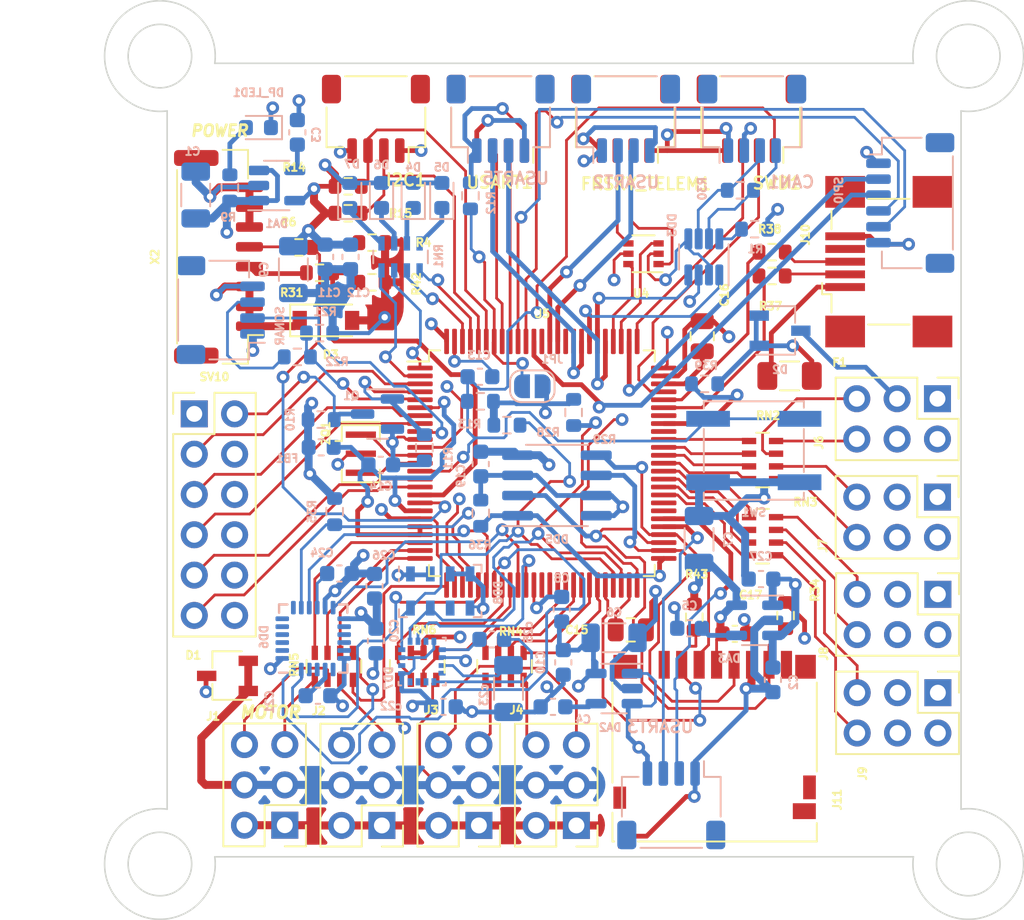
<source format=kicad_pcb>
(kicad_pcb (version 20211014) (generator pcbnew)
  (layers (0 "F.Cu" signal) (1 "In1.Cu" signal) (2 "In2.Cu" signal) (31 "B.Cu" signal) (34 "B.Paste" user) (35 "F.Paste" user) (36 "B.SilkS" user "B.Silkscreen") (37 "F.SilkS" user "F.Silkscreen") (38 "B.Mask" user) (39 "F.Mask" user) (44 "Edge.Cuts" user))
  (net 0 "")
  (net 1 "+5V")
  (net 2 "GND")
  (net 3 "Net-(C3-Pad1)")
  (net 4 "Net-(C4-Pad1)")
  (net 5 "Net-(C5-Pad1)")
  (net 6 "VD")
  (net 7 "+3V3")
  (net 8 "VCC")
  (net 9 "RST")
  (net 10 "Net-(C14-Pad2)")
  (net 11 "Net-(C15-Pad1)")
  (net 12 "Net-(C16-Pad1)")
  (net 13 "Net-(C21-Pad1)")
  (net 14 "Net-(DD7-Pad10)")
  (net 15 "Net-(C24-Pad1)")
  (net 16 "Net-(DD7-Pad8)")
  (net 17 "Net-(DD7-Pad12)")
  (net 18 "CANL")
  (net 19 "CANH")
  (net 20 "/SERVO_POWER")
  (net 21 "Net-(D2-Pad1)")
  (net 22 "Net-(D4-Pad1)")
  (net 23 "Net-(D5-Pad1)")
  (net 24 "Net-(D6-Pad1)")
  (net 25 "Net-(D7-Pad1)")
  (net 26 "CAN1_TX")
  (net 27 "CAN1_RX")
  (net 28 "Net-(DD3-Pad8)")
  (net 29 "SPI2_CS")
  (net 30 "SPI2_MISO")
  (net 31 "SPI2_MOSI")
  (net 32 "SPI2_SCK")
  (net 35 "/CS")
  (net 36 "/MISO")
  (net 37 "INT_MPU")
  (net 38 "/SCK")
  (net 39 "/MOSI")
  (net 40 "SCL")
  (net 41 "INT_MAG")
  (net 42 "SDA")
  (net 44 "Net-(DP_LED1-Pad2)")
  (net 45 "Net-(F1-Pad2)")
  (net 46 "Net-(FRSKY_TELEM1-Pad2)")
  (net 47 "I2C1_SDA")
  (net 48 "I2C1_SCL")
  (net 49 "Net-(J1-Pad1)")
  (net 50 "Net-(J1-Pad5)")
  (net 51 "Net-(J1-Pad6)")
  (net 52 "Net-(J2-Pad5)")
  (net 53 "Net-(J2-Pad6)")
  (net 54 "Net-(J3-Pad5)")
  (net 55 "Net-(J3-Pad6)")
  (net 56 "Net-(J4-Pad5)")
  (net 57 "Net-(J4-Pad6)")
  (net 58 "Net-(J6-Pad5)")
  (net 59 "Net-(J6-Pad6)")
  (net 60 "Net-(J7-Pad5)")
  (net 61 "Net-(J7-Pad6)")
  (net 62 "Net-(J8-Pad5)")
  (net 63 "Net-(J8-Pad6)")
  (net 64 "Net-(J9-Pad5)")
  (net 65 "Net-(J9-Pad6)")
  (net 66 "Net-(J10-Pad2)")
  (net 67 "Net-(J10-Pad3)")
  (net 71 "CS_SD")
  (net 75 "/BOOT_0")
  (net 76 "Net-(Q1-Pad1)")
  (net 77 "/BUZZER")
  (net 78 "V_BAT")
  (net 79 "V_IN")
  (net 80 "ECHO")
  (net 81 "Net-(R22-Pad2)")
  (net 82 "Net-(R31-Pad1)")
  (net 83 "CURR")
  (net 84 "/D-")
  (net 85 "/D+")
  (net 86 "Net-(R39-Pad1)")
  (net 87 "Net-(RN1-Pad1)")
  (net 88 "Net-(RN1-Pad2)")
  (net 89 "Net-(RN1-Pad3)")
  (net 90 "Net-(RN1-Pad4)")
  (net 91 "IN_T8_4")
  (net 92 "IN_T8_3")
  (net 93 "IN_T8_2")
  (net 94 "IN_T8_1")
  (net 95 "IN_T4_4")
  (net 96 "IN_T4_3")
  (net 97 "IN_T4_2")
  (net 98 "IN_T4_1")
  (net 99 "MOTOR_8")
  (net 100 "MOTOR_7")
  (net 101 "MOTOR_6")
  (net 102 "MOTOR_5")
  (net 103 "MOTOR_3")
  (net 104 "MOTOR_2")
  (net 105 "MOTOR_1")
  (net 106 "MOTOR_4")
  (net 107 "SERVO_POWER_SENSE")
  (net 108 "POWER_SENSE")
  (net 109 "TRIGGER")
  (net 110 "SPI3_CS")
  (net 111 "SPI3_SCK")
  (net 112 "SPI3_MISO")
  (net 113 "SPI3_MOSI")
  (net 114 "G1")
  (net 115 "G2")
  (net 116 "G3")
  (net 117 "SPEED")
  (net 118 "RSSI")
  (net 119 "SWDIO")
  (net 120 "SWCLK")
  (net 121 "USART4_TX")
  (net 122 "Net-(FRSKY_TELEM1-Pad3)")
  (net 123 "USART4_RX")
  (net 124 "Net-(U5-Pad12)")
  (net 125 "Net-(U5-Pad13)")
  (net 130 "GPS_TX")
  (net 131 "GPS_RX")
  (net 136 "USART5_TX")
  (net 137 "USART5_RX")
  (net 138 "TEL_CTS")
  (net 139 "TEL_RTS")
  (net 140 "TEL_TX")
  (net 141 "TEL_RX")
  (net 143 "P_TX")
  (net 144 "P_RX")
  (footprint "Capacitor_SMD:C_0805_2012Metric" (layer "F.Cu") (at 151.7 96.2 90)
    (fp_text reference "C16")
    (fp_text value "2.2u")
  )
  (footprint "Connector_PinHeader_2.54mm:PinHeader_2x03_P2.54mm_Vertical" (layer "F.Cu") (at 125.41 127.01 180)
    (fp_text reference "J1")
    (fp_text value "Conn_02x03_Odd_Even")
  )
  (footprint "Package_TO_SOT_SMD:SOT-363_SC-70-6" (layer "F.Cu") (at 148 91 180)
    (fp_text reference "U4")
    (fp_text value "74LVC2GU04")
  )
  (footprint "Resistor_SMD:R_Array_Concave_4x0603" (layer "F.Cu") (at 155.5 108.8)
    (fp_text reference "RN3")
    (fp_text value "100")
  )
  (footprint "Connector_JST:JST_SH_SM04B-SRSS-TB_1x04-1MP_P1.00mm_Horizontal" (layer "F.Cu") (at 139 82.5 180)
    (fp_text reference "USART1")
    (fp_text value "?M04B-SRSS-TBS_1")
  )
  (footprint "Connector_PinHeader_2.54mm:PinHeader_2x03_P2.54mm_Vertical" (layer "F.Cu") (at 137.635 127.025 180)
    (fp_text reference "J3")
    (fp_text value "Conn_02x03_Odd_Even")
  )
  (footprint "Connector_PinHeader_2.54mm:PinHeader_2x03_P2.54mm_Vertical" (layer "F.Cu") (at 143.775 127.025 180)
    (fp_text reference "J4")
    (fp_text value "Conn_02x03_Odd_Even")
  )
  (footprint "Resistor_SMD:R_0603_1608Metric" (layer "F.Cu") (at 156.95 113.8 -90)
    (fp_text reference "R34")
    (fp_text value "10k")
  )
  (footprint "Connector_JST:JST_SH_SM04B-SRSS-TB_1x04-1MP_P1.00mm_Horizontal" (layer "F.Cu") (at 131.15 82.5 180)
    (fp_text reference "I2C1")
    (fp_text value "?M04B-SRSS-TBS_1")
  )
  (footprint "Connector_PinHeader_2.54mm:PinHeader_2x03_P2.54mm_Vertical" (layer "F.Cu") (at 166.54 118.66 -90)
    (fp_text reference "J9")
    (fp_text value "Conn_02x03_Odd_Even")
  )
  (footprint "Resistor_SMD:R_0603_1608Metric" (layer "F.Cu") (at 130.9 92.8 180)
    (fp_text reference "R42")
    (fp_text value "10k")
  )
  (footprint "Resistor_SMD:R_0603_1608Metric" (layer "F.Cu") (at 156.1 92.4)
    (fp_text reference "R37")
    (fp_text value "22")
  )
  (footprint "Resistor_SMD:R_Array_Concave_4x0603" (layer "F.Cu") (at 133.75 117 -90)
    (fp_text reference "RN6")
    (fp_text value "10k")
  )
  (footprint "Resistor_SMD:R_0603_1608Metric" (layer "F.Cu") (at 126.3 90.6 180)
    (fp_text reference "R6")
    (fp_text value "10k")
  )
  (footprint "Fuse:Fuse_1206_3216Metric" (layer "F.Cu") (at 157.2 98.7 180)
    (fp_text reference "F1")
    (fp_text value "500mA")
  )
  (footprint "Resistor_SMD:R_Array_Concave_4x0603" (layer "F.Cu") (at 155.5 104)
    (fp_text reference "RN2")
    (fp_text value "100")
  )
  (footprint "Connector_USB:USB_Mini-B_Wuerth_65100516121_Horizontal" (layer "F.Cu") (at 163.3 91.5 90)
    (fp_text reference "J10")
    (fp_text value "USB_B_Mini")
  )
  (footprint "Connector_PinHeader_2.54mm:PinHeader_2x03_P2.54mm_Vertical" (layer "F.Cu") (at 166.54 112.46 -90)
    (fp_text reference "J8")
    (fp_text value "Conn_02x03_Odd_Even")
  )
  (footprint "Package_TO_SOT_SMD:TSOT-23" (layer "F.Cu") (at 121.8 117.6 180)
    (fp_text reference "D1")
    (fp_text value "BAT750")
  )
  (footprint "Capacitor_SMD:C_0603_1608Metric" (layer "F.Cu") (at 153.75 114.95)
    (fp_text reference "C17")
    (fp_text value "100n")
  )
  (footprint "Resistor_SMD:R_0603_1608Metric" (layer "F.Cu") (at 130.9 90.3)
    (fp_text reference "R4")
    (fp_text value "10k")
  )
  (footprint "Connector_JST:JST_SH_SM04B-SRSS-TB_1x04-1MP_P1.00mm_Horizontal" (layer "F.Cu") (at 146.85 82.5 180)
    (fp_text reference "FRSKY_TELEM1")
    (fp_text value "?M04B-SRSS-TBS_1")
  )
  (footprint "Diode_SMD:D_SOD-123" (layer "F.Cu") (at 128 95.2)
    (fp_text reference "D3")
    (fp_text value "MMSZ5233BT1G")
  )
  (footprint "Resistor_SMD:R_0603_1608Metric" (layer "F.Cu") (at 129.4 88.45)
    (fp_text reference "R15")
    (fp_text value "4k7")
  )
  (footprint "Connector_PinHeader_2.54mm:PinHeader_2x06_P2.54mm_Vertical" (layer "F.Cu") (at 119.71 101.09)
    (fp_text reference "SV10")
    (fp_text value "Conn_02x06_Odd_Even_MountingPin")
  )
  (footprint "Resistor_SMD:R_0603_1608Metric" (layer "F.Cu") (at 127.6 92.2)
    (fp_text reference "R31")
    (fp_text value "10K")
  )
  (footprint "Connector_PinHeader_2.54mm:PinHeader_2x03_P2.54mm_Vertical" (layer "F.Cu") (at 166.515 106.335 -90)
    (fp_text reference "J7")
    (fp_text value "Conn_02x03_Odd_Even")
  )
  (footprint "Crystal:Resonator_SMD_Murata_CSTxExxV-3Pin_3.0x1.1mm" (layer "F.Cu") (at 130.2 103.6 -90)
    (fp_text reference "ZQ1")
    (fp_text value "CSTCE8")
  )
  (footprint "Capacitor_SMD:C_0805_2012Metric" (layer "F.Cu") (at 147.2 114.7)
    (fp_text reference "C15")
    (fp_text value "2.2u")
  )
  (footprint "Connector_JST:JST_GH_BM08B-GHS-TBT_1x08-1MP_P1.25mm_Vertical" (layer "F.Cu") (at 121.235 91.19 90)
    (fp_text reference "X2")
    (fp_text value "?M08B-SRSS-TBS")
  )
  (footprint "Resistor_SMD:R_Array_Concave_4x0603" (layer "F.Cu") (at 128.5 117 -90)
    (fp_text reference "RN5")
    (fp_text value "100")
  )
  (footprint "Package_QFP:LQFP-100_14x14mm_P0.5mm" (layer "F.Cu") (at 141.6 104.2)
    (fp_text reference "U5")
    (fp_text value "STM32F407VGTx")
  )
  (footprint "Connector_Card:microSD_HC_Hirose_DM3D-SF" (layer "F.Cu") (at 152.48 122.25 180)
    (fp_text reference "J11")
    (fp_text value "Micro_SD_Card_Det")
  )
  (footprint "Resistor_SMD:R_0603_1608Metric" (layer "F.Cu") (at 151.2 113.9 -90)
    (fp_text reference "R43")
    (fp_text value "10k")
  )
  (footprint "Resistor_SMD:R_Array_Concave_4x0603" (layer "F.Cu") (at 139.25 117 -90)
    (fp_text reference "RN4")
    (fp_text value "100")
  )
  (footprint "Connector_PinHeader_2.54mm:PinHeader_2x03_P2.54mm_Vertical" (layer "F.Cu") (at 166.515 100.135 -90)
    (fp_text reference "J6")
    (fp_text value "Conn_02x03_Odd_Even")
  )
  (footprint "Connector_JST:JST_SH_SM04B-SRSS-TB_1x04-1MP_P1.00mm_Horizontal" (layer "F.Cu") (at 154.75 82.5 180)
    (fp_text reference "SWD1")
    (fp_text value "?M04B-SRSS-TBS_1")
  )
  (footprint "Resistor_SMD:R_0603_1608Metric" (layer "F.Cu") (at 129.4 86.75)
    (fp_text reference "R14")
    (fp_text value "4k7")
  )
  (footprint "Resistor_SMD:R_0603_1608Metric" (layer "F.Cu") (at 156.1 90.9)
    (fp_text reference "R38")
    (fp_text value "22")
  )
  (footprint "Connector_PinHeader_2.54mm:PinHeader_2x03_P2.54mm_Vertical" (layer "F.Cu") (at 131.525 127.025 180)
    (fp_text reference "J2")
    (fp_text value "Conn_02x03_Odd_Even")
  )
  (footprint "Package_LGA:LGA-8_3x5mm_P1.25mm" (layer "B.Cu") (at 135.2 112.25 -90)
    (fp_text reference "DD8")
    (fp_text value "MS5611-01BA")
  )
  (footprint "Capacitor_SMD:C_0603_1608Metric" (layer "B.Cu") (at 135.4 119.55)
    (fp_text reference "c22")
    (fp_text value "220n")
  )
  (footprint "Capacitor_SMD:C_0603_1608Metric" (layer "B.Cu") (at 127.95 91.2 -90)
    (fp_text reference "C11")
    (fp_text value "100n")
  )
  (footprint "Capacitor_SMD:C_0603_1608Metric" (layer "B.Cu") (at 142.3 119.55 180)
    (fp_text reference "C4")
    (fp_text value "10n")
  )
  (footprint "Capacitor_SMD:C_1206_3216Metric" (layer "B.Cu") (at 146.15 115.2)
    (fp_text reference "C6")
    (fp_text value "10u")
  )
  (footprint "Resistor_SMD:R_0603_1608Metric" (layer "B.Cu") (at 154.1 87 180)
    (fp_text reference "R30")
    (fp_text value "120")
  )
  (footprint "LED_SMD:LED_0603_1608Metric" (layer "B.Cu") (at 135.3 87.325 90)
    (fp_text reference "D5")
    (fp_text value "LED")
  )
  (footprint "Resistor_SMD:R_0603_1608Metric" (layer "B.Cu") (at 126.2 97.5 180)
    (fp_text reference "R22")
    (fp_text value "10k")
  )
  (footprint "Resistor_SMD:R_0603_1608Metric" (layer "B.Cu") (at 151.85 99.2)
    (fp_text reference "R39")
    (fp_text value "100")
  )
  (footprint "Capacitor_SMD:C_0603_1608Metric" (layer "B.Cu") (at 126.2 83.35 90)
    (fp_text reference "C3")
    (fp_text value "10n")
  )
  (footprint "Resistor_SMD:R_0603_1608Metric" (layer "B.Cu") (at 127.7 101.45)
    (fp_text reference "R10")
    (fp_text value "10k")
  )
  (footprint "Capacitor_SMD:C_1206_3216Metric" (layer "B.Cu") (at 119.8 87.3 90)
    (fp_text reference "C1")
    (fp_text value "10u")
  )
  (footprint "HMC5983:PLCC-16" (layer "B.Cu") (at 134.05 116.7 -90)
    (fp_text reference "DD7")
    (fp_text value "HMC5983")
  )
  (footprint "Sensor_Motion:InvenSense_QFN-24_4x4mm_P0.5mm" (layer "B.Cu") (at 127.2 115.25)
    (fp_text reference "DD6")
    (fp_text value "MPU-6000")
  )
  (footprint "Jumper:SolderJumper-2_P1.3mm_Open_RoundedPad1.0x1.5mm" (layer "B.Cu") (at 141 99.35 180)
    (fp_text reference "JP1")
    (fp_text value "SolderJumper_2_Open")
  )
  (footprint "Resistor_SMD:R_0603_1608Metric" (layer "B.Cu") (at 137.725 100.3)
    (fp_text reference "R13")
    (fp_text value "10k")
  )
  (footprint "LED_SMD:LED_0603_1608Metric" (layer "B.Cu") (at 123.75 83.05 180)
    (fp_text reference "DP_LED1")
    (fp_text value "red")
  )
  (footprint "Capacitor_SMD:C_0603_1608Metric" (layer "B.Cu") (at 142.95 116.75 -90)
    (fp_text reference "C10")
    (fp_text value "100n")
  )
  (footprint "Capacitor_SMD:C_1206_3216Metric" (layer "B.Cu") (at 151.5 109 90)
    (fp_text reference "C7")
    (fp_text value "10u")
  )
  (footprint "Resistor_SMD:R_0603_1608Metric" (layer "B.Cu") (at 121.95 86.85 90)
    (fp_text reference "R9")
    (fp_text value "560")
  )
  (footprint "Capacitor_SMD:C_1206_3216Metric" (layer "B.Cu") (at 125.95 92 -90)
    (fp_text reference "C9")
    (fp_text value "10u")
  )
  (footprint "Resistor_SMD:R_0603_1608Metric" (layer "B.Cu") (at 137.75 107.35 90)
    (fp_text reference "R36")
    (fp_text value "10K")
  )
  (footprint "Capacitor_SMD:C_0603_1608Metric" (layer "B.Cu") (at 155.4 111.5 180)
    (fp_text reference "C27")
    (fp_text value "100n")
  )
  (footprint "Connector_JST:JST_SH_SM04B-SRSS-TB_1x04-1MP_P1.00mm_Horizontal" (layer "B.Cu") (at 146.9 82.5)
    (fp_text reference "USART2")
    (fp_text value "?M04B-SRSS-TBS_1")
  )
  (footprint "Button_Switch_SMD:SW_SPST_EVPBF" (layer "B.Cu") (at 154.95 103.4)
    (fp_text reference "SW1")
    (fp_text value "RESET")
  )
  (footprint "Capacitor_SMD:C_0603_1608Metric" (layer "B.Cu") (at 137.75 104.25 90)
    (fp_text reference "C19")
    (fp_text value "100n")
  )
  (footprint "Resistor_SMD:R_0603_1608Metric" (layer "B.Cu") (at 155 89.45)
    (fp_text reference "R1")
    (fp_text value "10k")
  )
  (footprint "Capacitor_SMD:C_0603_1608Metric" (layer "B.Cu") (at 131.45 104.3 180)
    (fp_text reference "C14")
    (fp_text value "100n")
  )
  (footprint "Capacitor_SMD:C_1206_3216Metric" (layer "B.Cu") (at 139.5 118.4 -90)
    (fp_text reference "c23")
    (fp_text value "10u")
  )
  (footprint "Inductor_SMD:L_0603_1608Metric" (layer "B.Cu") (at 127.7 103.2 180)
    (fp_text reference "FB1")
    (fp_text value "120")
  )
  (footprint "Connector_JST:JST_SH_SM04B-SRSS-TB_1x04-1MP_P1.00mm_Horizontal" (layer "B.Cu") (at 139 82.5)
    (fp_text reference "USART5")
    (fp_text value "?M04B-SRSS-TBS_1")
  )
  (footprint "Connector_JST:JST_SH_SM04B-SRSS-TB_1x04-1MP_P1.00mm_Horizontal" (layer "B.Cu") (at 154.85 82.5)
    (fp_text reference "CAN1")
    (fp_text value "?M04B-SRSS-TBS_1")
  )
  (footprint "Resistor_SMD:R_0603_1608Metric" (layer "B.Cu") (at 137.1 87.35 -90)
    (fp_text reference "R12")
    (fp_text value "10k")
  )
  (footprint "Resistor_SMD:R_Array_Concave_4x0603" (layer "B.Cu") (at 132.7 91.2 90)
    (fp_text reference "RN1")
    (fp_text value "330")
  )
  (footprint "Connector_JST:JST_SH_SM04B-SRSS-TB_1x04-1MP_P1.00mm_Horizontal" (layer "B.Cu") (at 149.75 125.75 180)
    (fp_text reference "USART3")
    (fp_text value "?M04B-SRSS-TBS_1")
  )
  (footprint "Package_TO_SOT_SMD:TSOT-23" (layer "B.Cu") (at 156.6 95.85)
    (fp_text reference "D2")
    (fp_text value "BAT750")
  )
  (footprint "Capacitor_SMD:C_0603_1608Metric" (layer "B.Cu") (at 137.7 98.75)
    (fp_text reference "C13")
    (fp_text value "100n")
  )
  (footprint "Resistor_SMD:R_0603_1608Metric" (layer "B.Cu") (at 127.6 96 180)
    (fp_text reference "R21")
    (fp_text value "15k")
  )
  (footprint "Resistor_SMD:R_0603_1608Metric" (layer "B.Cu") (at 134.2 103.225 -90)
    (fp_text reference "R11")
    (fp_text value "1k")
  )
  (footprint "Resistor_SMD:R_0603_1608Metric" (layer "B.Cu") (at 128.55 107.25 -90)
    (fp_text reference "R35")
    (fp_text value "10k")
  )
  (footprint "Capacitor_SMD:C_0603_1608Metric" (layer "B.Cu") (at 156.15 117.85 -90)
    (fp_text reference "C2")
    (fp_text value "100n")
  )
  (footprint "Capacitor_SMD:C_0603_1608Metric" (layer "B.Cu") (at 138.45 115.3 180)
    (fp_text reference "c25")
    (fp_text value "220n")
  )
  (footprint "Connector_JST:JST_SH_SM04B-SRSS-TB_1x04-1MP_P1.00mm_Horizontal" (layer "B.Cu") (at 121.375 94.55 90)
    (fp_text reference "SONAR")
    (fp_text value "?M04B-SRSS-TBS_1")
  )
  (footprint "Resistor_SMD:R_0603_1608Metric" (layer "B.Cu") (at 139.4 101.8)
    (fp_text reference "R28")
    (fp_text value "4K7")
  )
  (footprint "Capacitor_SMD:C_0603_1608Metric" (layer "B.Cu") (at 131.15 115.4 -90)
    (fp_text reference "C20")
    (fp_text value "100n")
  )
  (footprint "Capacitor_SMD:C_0603_1608Metric" (layer "B.Cu") (at 131.062608 111.95 -90)
    (fp_text reference "C26")
    (fp_text value "100n")
  )
  (footprint "Package_SO:SOIC-8_3.9x4.9mm_P1.27mm" (layer "B.Cu") (at 142.55 105.6)
    (fp_text reference "DD5")
    (fp_text value "FM25V01")
  )
  (footprint "LED_SMD:LED_0603_1608Metric" (layer "B.Cu") (at 133.5 87.325 90)
    (fp_text reference "D4")
    (fp_text value "LED")
  )
  (footprint "LED_SMD:LED_0603_1608Metric" (layer "B.Cu") (at 129.5 87.325 90)
    (fp_text reference "D7")
    (fp_text value "LED")
  )
  (footprint "Package_TO_SOT_SMD:SOT-23-5" (layer "B.Cu") (at 146.15 118.4 180)
    (fp_text reference "DA2")
    (fp_text value "MIC5233-3.3")
  )
  (footprint "Connector_JST:JST_SH_SM06B-SRSS-TB_1x06-1MP_P1.00mm_Horizontal" (layer "B.Cu") (at 164.8 87.8 -90)
    (fp_text reference "SPI0")
    (fp_text value "M06B-SRSS-TBS")
  )
  (footprint "Capacitor_SMD:C_0603_1608Metric" (layer "B.Cu") (at 129.55 91.2 -90)
    (fp_text reference "C12")
    (fp_text value "100n")
  )
  (footprint "Package_TO_SOT_SMD:SOT-23-5" (layer "B.Cu") (at 155 114.1 180)
    (fp_text reference "DA3")
    (fp_text value "MIC5233-3.3")
  )
  (footprint "Package_TO_SOT_SMD:SOT-23-5" (layer "B.Cu") (at 124.9 86.7)
    (fp_text reference "DA1")
    (fp_text value "MIC5233-3.3")
  )
  (footprint "Capacitor_SMD:C_0603_1608Metric" (layer "B.Cu") (at 142.85 113.4 90)
    (fp_text reference "C8")
    (fp_text value "100n")
  )
  (footprint "Resistor_SMD:R_0603_1608Metric" (layer "B.Cu") (at 143.6 101 -90)
    (fp_text reference "R29")
    (fp_text value "4K7")
  )
  (footprint "Capacitor_SMD:C_0603_1608Metric" (layer "B.Cu") (at 127.5 118.85)
    (fp_text reference "C21")
    (fp_text value "2.2n")
  )
  (footprint "Package_TO_SOT_SMD:SOT-23-8" (layer "B.Cu") (at 151.8 91.2 90)
    (fp_text reference "DD3")
    (fp_text value "MAX3051")
  )
  (footprint "LED_SMD:LED_0603_1608Metric" (layer "B.Cu") (at 131.5 87.325 90)
    (fp_text reference "D6")
    (fp_text value "LED")
  )
  (footprint "Capacitor_SMD:C_0603_1608Metric" (layer "B.Cu") (at 150.9 114.6 180)
    (fp_text reference "C5")
    (fp_text value "10n")
  )
  (footprint "Package_TO_SOT_SMD:SOT-23" (layer "B.Cu") (at 131.25 101.1 180)
    (fp_text reference "Q1")
    (fp_text value "BSS123")
  )
  (footprint "Capacitor_SMD:C_0603_1608Metric" (layer "B.Cu") (at 128.85 111.15)
    (fp_text reference "C24")
    (fp_text value "100n")
  )
  (gr_circle (center 168.454838 129.454838) (end 170.454838 129.454838) (layer "Edge.Cuts") (width 0.1) (fill none))
  (gr_arc (start 121 129) (mid 115.081143 131.918857) (end 118 126) (layer "Edge.Cuts") (width 0.1))
  (gr_arc (start 168 126) (mid 170.918857 131.918857) (end 165 129) (layer "Edge.Cuts") (width 0.1))
  (gr_circle (center 117.545162 129.454838) (end 119.545162 129.454838) (layer "Edge.Cuts") (width 0.1) (fill none))
  (gr_line (start 121 129) (end 165 129) (layer "Edge.Cuts") (width 0.1))
  (gr_circle (center 117.545162 78.545162) (end 119.545162 78.545162) (layer "Edge.Cuts") (width 0.1) (fill none))
  (gr_line (start 121 79) (end 165 79) (layer "Edge.Cuts") (width 0.1))
  (gr_arc (start 118 82) (mid 115.081143 76.081143) (end 121 79) (layer "Edge.Cuts") (width 0.1))
  (gr_arc (start 165 79) (mid 170.918857 76.081143) (end 168 82) (layer "Edge.Cuts") (width 0.1))
  (gr_circle (center 168.454838 78.545162) (end 170.454838 78.545162) (layer "Edge.Cuts") (width 0.1) (fill none))
  (gr_line (start 118 126) (end 118 82) (layer "Edge.Cuts") (width 0.1))
  (gr_line (start 168 82) (end 168 126) (layer "Edge.Cuts") (width 0.1))
  (gr_text "POWER" (at 121.3 83.25) (layer "F.SilkS") (effects (font (size 0.7 0.7) (thickness 0.175) italic)))
  (gr_text "MOTOR" (at 124.5 119.9) (layer "F.SilkS") (effects (font (size 0.75 0.75) (thickness 0.1875) italic)))
  (segment (start 123.185 93.065) (end 121.635 93.065) (width 0.5) (layer "F.Cu") (net 1))
  (segment (start 123.185 93.065) (end 123.185 95.565) (width 0.5) (layer "F.Cu") (net 1))
  (segment (start 134 84.5) (end 132.65 84.5) (width 0.3) (layer "F.Cu") (net 1))
  (segment (start 132.963 120.887) (end 132.55 120.474) (width 0.3) (layer "F.Cu") (net 1))
  (segment (start 125.985 95.565) (end 126.35 95.2) (width 0.5) (layer "F.Cu") (net 1))
  (segment (start 120.45 117.64) (end 120.49 117.6) (width 0.3) (layer "F.Cu") (net 1))
  (segment (start 123.185 95.565) (end 125.985 95.565) (width 0.5) (layer "F.Cu") (net 1))
  (segment (start 132.55 120.474) (end 132.55 117.85) (width 0.3) (layer "F.Cu") (net 1))
  (segment (start 137.5 84.5) (end 137.5 83.3) (width 0.3) (layer "F.Cu") (net 1))
  (segment (start 144.610783 83.760783) (end 145.25 84.4) (width 0.3) (layer "F.Cu") (net 1))
  (segment (start 120.45 118.6) (end 120.45 117.64) (width 0.3) (layer "F.Cu") (net 1))
  (segment (start 121.635 93.065) (end 121.1 93.6) (width 0.5) (layer "F.Cu") (net 1))
  (segment (start 137.5 83.3) (end 138.2 82.6) (width 0.3) (layer "F.Cu") (net 1))
  (segment (start 145.25 84.4) (end 145.25 84.5) (width 0.3) (layer "F.Cu") (net 1))
  (segment (start 144.210783 83.760783) (end 144.610783 83.760783) (width 0.3) (layer "F.Cu") (net 1))
  (via (at 121.759486 89.653096) (size 0.8) (drill 0.4) (layers "F.Cu" "B.Cu") (net 1))
  (via (at 134 84.5) (size 0.8) (drill 0.4) (layers "F.Cu" "B.Cu") (net 1))
  (via (at 154.75 83.1) (size 0.8) (drill 0.4) (layers "F.Cu" "B.Cu") (net 1))
  (via (at 162.05 84.6) (size 0.8) (drill 0.4) (layers "F.Cu" "B.Cu") (net 1))
  (via (at 147.7 122.1) (size 0.8) (drill 0.4) (layers "F.Cu" "B.Cu") (net 1))
  (via (at 121.1 93.6) (size 0.8) (drill 0.4) (layers "F.Cu" "B.Cu") (net 1))
  (via (at 144.210783 83.760783) (size 0.8) (drill 0.4) (layers "F.Cu" "B.Cu") (net 1))
  (via (at 132.963 120.887) (size 0.8) (drill 0.4) (layers "F.Cu" "B.Cu") (net 1))
  (via (at 120.45 118.6) (size 0.8) (drill 0.4) (layers "F.Cu" "B.Cu") (net 1))
  (via (at 138.2 82.6) (size 0.8) (drill 0.4) (layers "F.Cu" "B.Cu") (net 1))
  (via (at 157.564217 111.835783) (size 0.8) (drill 0.4) (layers "F.Cu" "B.Cu") (net 1))
  (segment (start 154.75 83.1) (end 154.35 83.5) (width 0.3) (layer "B.Cu") (net 1))
  (segment (start 154.35 84.4) (end 154.25 84.5) (width 0.3) (layer "B.Cu") (net 1))
  (segment (start 154.35 83.5) (end 154.35 84.4) (width 0.3) (layer "B.Cu") (net 1))
  (segment (start 144.210783 83.760783) (end 144.921566 83.05) (width 0.3) (layer "B.Cu") (net 1))
  (segment (start 119.8 88.775) (end 120.85 88.775) (width 0.5) (layer "B.Cu") (net 1))
  (segment (start 148.25 123.75) (end 148.25 122.65) (width 0.3) (layer "B.Cu") (net 1))
  (segment (start 147.4375 119.5) (end 147.2875 119.35) (width 0.175) (layer "B.Cu") (net 1))
  (segment (start 148.5 119.5) (end 147.4375 119.5) (width 0.175) (layer "B.Cu") (net 1))
  (segment (start 148.75 117.95) (end 148.75 119.25) (width 0.175) (layer "B.Cu") (net 1))
  (segment (start 156.1375 115.05) (end 156.698528 115.05) (width 0.5) (layer "B.Cu") (net 1))
  (segment (start 140.2 82.6) (end 140.5 82.9) (width 0.3) (layer "B.Cu") (net 1))
  (segment (start 121.65 93.05) (end 121.1 93.6) (width 0.3) (layer "B.Cu") (net 1))
  (segment (start 124.6 85.75) (end 124.95 86.1) (width 0.3) (layer "B.Cu") (net 1))
  (segment (start 147.2875 117.45) (end 148.25 117.45) (width 0.175) (layer "B.Cu") (net 1))
  (segment (start 148.75 119.25) (end 148.5 119.5) (width 0.175) (layer "B.Cu") (net 1))
  (segment (start 138.2 82.6) (end 140.2 82.6) (width 0.3) (layer "B.Cu") (net 1))
  (segment (start 123.7375 87.675) (end 123.7625 87.65) (width 0.5) (layer "B.Cu") (net 1))
  (segment (start 156.698528 115.05) (end 157.564217 114.184311) (width 0.5) (layer "B.Cu") (net 1))
  (segment (start 124.95 86.1) (end 124.95 87.6) (width 0.3) (layer "B.Cu") (net 1))
  (segment (start 147.0375 121.4375) (end 147.7 122.1) (width 0.3) (layer "B.Cu") (net 1))
  (segment (start 160.21 98.15) (end 161.99 98.15) (width 0.3) (layer "B.Cu") (net 1))
  (segment (start 148.75 84) (end 148.25 84.5) (width 0.3) (layer "B.Cu") (net 1))
  (segment (start 144.921566 83.05) (end 148.75 83.05) (width 0.3) (layer "B.Cu") (net 1))
  (segment (start 120.85 88.775) (end 121.95 87.675) (width 0.5) (layer "B.Cu") (net 1))
  (segment (start 156.1375 111.5375) (end 156.175 111.5) (width 0.5) (layer "B.Cu") (net 1))
  (segment (start 123.375 93.05) (end 121.65 93.05) (width 0.3) (layer "B.Cu") (net 1))
  (segment (start 147.55 119.35) (end 147.0375 119.35) (width 0.3) (layer "B.Cu") (net 1))
  (segment (start 162.75 85.3) (end 162.05 84.6) (width 0.3) (layer "B.Cu") (net 1))
  (segment (start 157.228434 111.5) (end 156.175 111.5) (width 0.3) (layer "B.Cu") (net 1))
  (segment (start 156.1375 113.15) (end 156.1375 111.5375) (width 0.5) (layer "B.Cu") (net 1))
  (segment (start 148.25 122.65) (end 147.7 122.1) (width 0.3) (layer "B.Cu") (net 1))
  (segment (start 161.99 98.15) (end 163.975 100.135) (width 0.3) (layer "B.Cu") (net 1))
  (segment (start 124.9 87.65) (end 123.7625 87.65) (width 0.3) (layer "B.Cu") (net 1))
  (segment (start 157.564217 114.184311) (end 157.564217 111.835783) (width 0.5) (layer "B.Cu") (net 1))
  (segment (start 147.0375 119.35) (end 147.0375 121.4375) (width 0.3) (layer "B.Cu") (net 1))
  (segment (start 156.1375 117.0625) (end 156.15 117.075) (width 0.5) (layer "B.Cu") (net 1))
  (segment (start 140.5 82.9) (end 140.5 84.5) (width 0.3) (layer "B.Cu") (net 1))
  (segment (start 123.7625 85.75) (end 124.6 85.75) (width 0.3) (layer "B.Cu") (net 1))
  (segment (start 121.95 87.675) (end 123.7375 87.675) (width 0.5) (layer "B.Cu") (net 1))
  (segment (start 157.91 95.85) (end 160.21 98.15) (width 0.3) (layer "B.Cu") (net 1))
  (segment (start 148.25 117.45) (end 148.75 117.95) (width 0.175) (layer "B.Cu") (net 1))
  (segment (start 121.759486 89.653096) (end 121.759486 87.865514) (width 0.5) (layer "B.Cu") (net 1))
  (segment (start 156.1375 115.05) (end 156.1375 117.0625) (width 0.5) (layer "B.Cu") (net 1))
  (segment (start 162.8 85.3) (end 162.75 85.3) (width 0.3) (layer "B.Cu") (net 1))
  (segment (start 124.95 87.6) (end 124.9 87.65) (width 0.3) (layer "B.Cu") (net 1))
  (segment (start 157.564217 111.835783) (end 157.228434 111.5) (width 0.3) (layer "B.Cu") (net 1))
  (segment (start 121.759486 87.865514) (end 121.95 87.675) (width 0.5) (layer "B.Cu") (net 1))
  (segment (start 148.75 83.05) (end 148.75 84) (width 0.3) (layer "B.Cu") (net 1))
  (segment (start 132.525 102.55) (end 132.9125 102.55) (width 0.175) (layer "F.Cu") (net 2))
  (segment (start 129 84.5) (end 129.75 84.5) (width 0.3) (layer "F.Cu") (net 2))
  (segment (start 123.185 86.815) (end 121.285 86.815) (width 0.5) (layer "F.Cu") (net 2))
  (segment (start 152.4 95.25) (end 151.75 95.25) (width 0.3) (layer "F.Cu") (net 2))
  (segment (start 132.08337 107.7) (end 133.925 107.7) (width 0.3) (layer "F.Cu") (net 2))
  (segment (start 136.1 111.875) (end 136.1 111.062348) (width 0.175) (layer "F.Cu") (net 2))
  (segment (start 134.15 116.15) (end 133.35 116.15) (width 0.3) (layer "F.Cu") (net 2))
  (segment (start 154.525 114.95) (end 154.525 114.2245) (width 0.3) (layer "F.Cu") (net 2))
  (segment (start 134.4 115.15) (end 136.45 115.15) (width 0.3) (layer "F.Cu") (net 2))
  (segment (start 162.75 90.4) (end 164.7 90.4) (width 0.3) (layer "F.Cu") (net 2))
  (segment (start 154.525 114.2245) (end 154.35 114.0495) (width 0.3) (layer "F.Cu") (net 2))
  (segment (start 141.264217 113.314217) (end 141.1 113.15) (width 0.175) (layer "F.Cu") (net 2))
  (segment (start 160.7 89.9) (end 162.25 89.9) (width 0.3) (layer "F.Cu") (net 2))
  (segment (start 132.9125 102.55) (end 133.0625 102.7) (width 0.175) (layer "F.Cu") (net 2))
  (segment (start 133.0625 102.7) (end 133.925 102.7) (width 0.175) (layer "F.Cu") (net 2))
  (segment (start 150.7 125.2) (end 148.2 127.7) (width 0.3) (layer "F.Cu") (net 2))
  (segment (start 149.389217 92.639217) (end 148.739217 92.639217) (width 0.175) (layer "F.Cu") (net 2))
  (segment (start 123.185 89.315) (end 123.185 86.815) (width 0.5) (layer "F.Cu") (net 2))
  (segment (start 134.737652 107.7) (end 133.925 107.7) (width 0.175) (layer "F.Cu") (net 2))
  (segment (start 140.5 83.234798) (end 140.5 84.5) (width 0.175) (layer "F.Cu") (net 2))
  (segment (start 153 83.3) (end 153.2 83.1) (width 0.3) (layer "F.Cu") (net 2))
  (segment (start 132.1875 102.8875) (end 132.525 102.55) (width 0.175) (layer "F.Cu") (net 2))
  (segment (start 150.6 95.8) (end 151.15 95.25) (width 0.3) (layer "F.Cu") (net 2))
  (segment (start 136.1 97.773497) (end 136.098616 97.774881) (width 0.175) (layer "F.Cu") (net 2))
  (segment (start 154.805 118.057706) (end 154.459599 118.403107) (width 0.5) (layer "F.Cu") (net 2))
  (segment (start 149.275 98.7) (end 150.176041 98.7) (width 0.3) (layer "F.Cu") (net 2))
  (segment (start 149.5 84.5) (end 148.25 84.5) (width 0.3) (layer "F.Cu") (net 2))
  (segment (start 148.5125 114.3375) (end 148.15 114.7) (width 0.3) (layer "F.Cu") (net 2))
  (segment (start 149.7 83.3) (end 153 83.3) (width 0.3) (layer "F.Cu") (net 2))
  (segment (start 149.5 83.5) (end 149.7 83.3) (width 0.3) (layer "F.Cu") (net 2))
  (segment (start 136.1 96.525) (end 136.1 97.773497) (width 0.175) (layer "F.Cu") (net 2))
  (segment (start 148.45 91) (end 148.95 91) (width 0.175) (layer "F.Cu") (net 2))
  (segment (start 131.49637 107.113) (end 132.08337 107.7) (width 0.3) (layer "F.Cu") (net 2))
  (segment (start 153.380378 96.230378) (end 152.4 95.25) (width 0.3) (layer "F.Cu") (net 2))
  (segment (start 151.15 95.25) (end 151.7 95.25) (width 0.3) (layer "F.Cu") (net 2))
  (segment (start 136.1 111.062348) (end 135.0125 109.974848) (width 0.175) (layer "F.Cu") (net 2))
  (segment (start 149.5 83.5) (end 149.5 84.5) (width 0.3) (layer "F.Cu") (net 2))
  (segment (start 148.3 91.15) (end 148.45 91) (width 0.175) (layer "F.Cu") (net 2))
  (segment (start 150.176041 98.7) (end 150.6 98.276041) (width 0.3) (layer "F.Cu") (net 2))
  (segment (start 149.5 84.5) (end 153.25 84.5) (width 0.3) (layer "F.Cu") (net 2))
  (segment (start 134.15 116.15) (end 134.15 115.4) (width 0.3) (layer "F.Cu") (net 2))
  (segment (start 121.285 86.815) (end 120.7 87.4) (width 0.5) (layer "F.Cu") (net 2))
  (segment (start 154.805 116.9) (end 154.805 118.057706) (width 0.5) (layer "F.Cu") (net 2))
  (segment (start 135.0125 107.974848) (end 134.737652 107.7) (width 0.175) (layer "F.Cu") (net 2))
  (segment (start 148.3 92.2) (end 148.3 91.15) (width 0.175) (layer "F.Cu") (net 2))
  (segment (start 148.739217 92.639217) (end 148.3 92.2) (width 0.175) (layer "F.Cu") (net 2))
  (segment (start 148.2 127.7) (end 146.905 127.7) (width 0.3) (layer "F.Cu") (net 2))
  (segment (start 150.6 98.276041) (end 150.6 95.8) (width 0.3) (layer "F.Cu") (net 2))
  (segment (start 141.1 113.15) (end 141.1 111.875) (width 0.175) (layer "F.Cu") (net 2))
  (segment (start 129.420699 103.6) (end 130.2 103.6) (width 0.175) (layer "F.Cu") (net 2))
  (segment (start 139.115702 81.8505) (end 140.5 83.234798) (width 0.175) (layer "F.Cu") (net 2))
  (segment (start 148.5125 112.968782) (end 148.5125 114.3375) (width 0.3) (layer "F.Cu") (net 2))
  (segment (start 128.9 84.6) (end 129 84.5) (width 0.3) (layer "F.Cu") (net 2))
  (segment (start 128.747225 104.273474) (end 129.420699 103.6) (width 0.175) (layer "F.Cu") (net 2))
  (segment (start 151.2 125.2) (end 150.7 125.2) (width 0.3) (layer "F.Cu") (net 2))
  (segment (start 135.0125 109.974848) (end 135.0125 107.974848) (width 0.175) (layer "F.Cu") (net 2))
  (segment (start 148.761353 112.719929) (end 148.5125 112.968782) (width 0.3) (layer "F.Cu") (net 2))
  (segment (start 148.761353 112.267098) (end 148.761353 112.719929) (width 0.3) (layer "F.Cu") (net 2))
  (segment (start 162.25 89.9) (end 162.75 90.4) (width 0.3) (layer "F.Cu") (net 2))
  (segment (start 134.15 115.4) (end 134.4 115.15) (width 0.3) (layer "F.Cu") (net 2))
  (via (at 141.264217 113.314217) (size 0.8) (drill 0.4) (layers "F.Cu" "B.Cu") (net 2))
  (via (at 124.65 81.8) (size 0.8) (drill 0.4) (layers "F.Cu" "B.Cu") (net 2))
  (via (at 142.05 104.3) (size 0.8) (drill 0.4) (layers "F.Cu" "B.Cu") (net 2))
  (via (at 128.9 84.6) (size 0.8) (drill 0.4) (layers "F.Cu" "B.Cu") (net 2))
  (via (at 153.380378 96.230378) (size 0.8) (drill 0.4) (layers "F.Cu" "B.Cu") (net 2))
  (via (at 149.389217 92.639217) (size 0.8) (drill 0.4) (layers "F.Cu" "B.Cu") (net 2))
  (via (at 153.2 83.1) (size 0.8) (drill 0.4) (layers "F.Cu" "B.Cu") (net 2))
  (via (at 123.4 97.1) (size 0.8) (drill 0.4) (layers "F.Cu" "B.Cu") (net 2))
  (via (at 130.963 117.450582) (size 0.8) (drill 0.4) (layers "F.Cu" "B.Cu") (net 2))
  (via (at 120.7 87.4) (size 0.8) (drill 0.4) (layers "F.Cu" "B.Cu") (net 2))
  (via (at 136.45 115.15) (size 0.8) (drill 0.4) (layers "F.Cu" "B.Cu") (net 2))
  (via (at 148.761353 112.267098) (size 0.8) (drill 0.4) (layers "F.Cu" "B.Cu") (net 2))
  (via (at 131.49637 107.113) (size 0.8) (drill 0.4) (layers "F.Cu" "B.Cu") (net 2))
  (via (at 164.7 90.4) (size 0.8) (drill 0.4) (layers "F.Cu" "B.Cu") (net 2))
  (via (at 132.1875 102.8875) (size 0.8) (drill 0.4) (layers "F.Cu" "B.Cu") (net 2))
  (via (at 129.05 119.488) (size 0.8) (drill 0.4) (layers "F.Cu" "B.Cu") (net 2))
  (via (at 144.25 85.15) (size 0.8) (drill 0.4) (layers "F.Cu" "B.Cu") (net 2))
  (via (at 149.95 113.3) (size 0.8) (drill 0.4) (layers "F.Cu" "B.Cu") (net 2))
  (via (at 136.098616 97.774881) (size 0.8) (drill 0.4) (layers "F.Cu" "B.Cu") (net 2))
  (via (at 136.8 116.65) (size 0.8) (drill 0.4) (layers "F.Cu" "B.Cu") (net 2))
  (via (at 155.6 106.400498) (size 0.8) (drill 0.4) (layers "F.Cu" "B.Cu") (net 2))
  (via (at 151.2 125.2) (size 0.8) (drill 0.4) (layers "F.Cu" "B.Cu") (net 2))
  (via (at 139.115702 81.8505) (size 0.8) (drill 0.4) (layers "F.Cu" "B.Cu") (net 2))
  (via (at 149.5 83.5) (size 0.8) (drill 0.4) (layers "F.Cu" "B.Cu") (net 2))
  (via (at 131.7 95) (size 0.8) (drill 0.4) (layers "F.Cu" "B.Cu") (net 2))
  (via (at 130.35 110) (size 0.8) (drill 0.4) (layers "F.Cu" "B.Cu") (net 2))
  (via (at 137.902905 113.356313) (size 0.8) (drill 0.4) (layers "F.Cu" "B.Cu") (net 2))
  (via (at 154.35 114.0495) (size 0.8) (drill 0.4) (layers "F.Cu" "B.Cu") (net 2))
  (via (at 124.5 117.15) (size 0.8) (drill 0.4) (layers "F.Cu" "B.Cu") (net 2))
  (via (at 154.459599 118.403107) (size 0.8) (drill 0.4) (layers "F.Cu" "B.Cu") (net 2))
  (via (at 126.3 81.35) (size 0.8) (drill 0.4) (layers "F.Cu" "B.Cu") (net 2))
  (via (at 156.45 88.2) (size 0.8) (drill 0.4) (layers "F.Cu" "B.Cu") (net 2))
  (via (at 128.747225 104.273474) (size 0.8) (drill 0.4) (layers "F.Cu" "B.Cu") (net 2))
  (via (at 128.574396 112.244766) (size 0.8) (drill 0.4) (layers "F.Cu" "B.Cu") (net 2))
  (via (at 141.914217 118.285783) (size 0.8) (drill 0.4) (layers "F.Cu" "B.Cu") (net 2))
  (via (at 137.2 119.85) (size 0.8) (drill 0.4) (layers "F.Cu" "B.Cu") (net 2))
  (segment (start 129.775 110.575) (end 130.35 110) (width 0.5) (layer "B.Cu") (net 2))
  (segment (start 131.15 116.175) (end 131.15 117.263582) (width 0.3) (layer "B.Cu") (net 2))
  (segment (start 153.35 83.25) (end 153.2 83.1) (width 0.3) (layer "B.Cu") (net 2))
  (segment (start 123.6625 86.8) (end 121.3 86.8) (width 0.3) (layer "B.Cu") (net 2))
  (segment (start 136.225 119.3) (end 136.775 119.85) (width 0.3) (layer "B.Cu") (net 2))
  (segment (start 155.928107 118.403107) (end 156.15 118.625) (width 0.5) (layer "B.Cu") (net 2))
  (segment (start 123.4 97.1) (end 123.4 96.1) (width 0.5) (layer "B.Cu") (net 2))
  (segment (start 155.825 89.45) (end 155.825 88.825) (width 0.3) (layer "B.Cu") (net 2))
  (segment (start 151.45 91.0125) (end 152.125 91.6875) (width 0.175) (layer "B.Cu") (net 2))
  (segment (start 150.825 90.658363) (end 151.179137 91.0125) (width 0.175) (layer "B.Cu") (net 2))
  (segment (start 123.7625 86.7) (end 123.6625 86.8) (width 0.3) (layer "B.Cu") (net 2))
  (segment (start 154.4 108.7) (end 154.4 111.275) (width 0.5) (layer "B.Cu") (net 2))
  (segment (start 131.15 117.263582) (end 130.963 117.450582) (width 0.3) (layer "B.Cu") (net 2))
  (segment (start 151.179137 91.0125) (end 151.45 91.0125) (width 0.175) (layer "B.Cu") (net 2))
  (segment (start 126.3 82.475) (end 126.2 82.575) (width 0.3) (layer "B.Cu") (net 2))
  (segment (start 152.07 105.4) (end 155.6 105.4) (width 0.5) (layer "B.Cu") (net 2))
  (segment (start 155.6 106.400498) (end 155.6 105.4) (width 0.5) (layer "B.Cu") (net 2))
  (segment (start 154.459599 118.403107) (end 154.459599 119.777401) (width 0.3) (layer "B.Cu") (net 2))
  (segment (start 140.075 103.695) (end 141.445 103.695) (width 0.5) (layer "B.Cu") (net 2))
  (segment (start 153.35 107.65) (end 153.625 107.925) (width 0.5) (layer "B.Cu") (net 2))
  (segment (start 127.95 112.773959) (end 128.479193 112.244766) (width 0.3) (layer "B.Cu") (net 2))
  (segment (start 129.669162 111.15) (end 129.775 111.15) (width 0.5) (layer "B.Cu") (net 2))
  (segment (start 137.849881 97.774881) (end 138.475 98.4) (width 0.175) (layer "B.Cu") (net 2))
  (segment (start 150.05 91.978434) (end 150.05 90.8375) (width 0.175) (layer "B.Cu") (net 2))
  (segment (start 142.278434 118.65) (end 142.4 118.65) (width 0.3) (layer "B.Cu") (net 2))
  (segment (start 151.5 107.525) (end 151.5 105.97) (width 0.5) (layer "B.Cu") (net 2))
  (segment (start 137.85 113.25) (end 137.15 113.25) (width 0.175) (layer "B.Cu") (net 2))
  (segment (start 133.95 104.3) (end 134.2 104.05) (width 0.3) (layer "B.Cu") (net 2))
  (segment (start 144.6 85.15) (end 145.25 84.5) (width 0.3) (layer "B.Cu") (net 2))
  (segment (start 149.95 113.3) (end 150.125 113.475) (width 0.3) (layer "B.Cu") (net 2))
  (segment (start 153.225 107.525) (end 153.625 107.925) (width 0.5) (layer "B.Cu") (net 2))
  (segment (start 141.914217 118.285783) (end 142.278434 118.65) (width 0.3) (layer "B.Cu") (net 2))
  (segment (start 154.459599 118.403107) (end 155.928107 118.403107) (width 0.5) (layer "B.Cu") (net 2))
  (segment (start 119.8 86.5) (end 120.7 87.4) (width 0.5) (layer "B.Cu") (net 2))
  (segment (start 124.5 117.15) (end 124.6 117.15) (width 0.3) (layer "B.Cu") (net 2))
  (segment (start 137.15 113.25) (end 137.075 113.325) (width 0.175) (layer "B.Cu") (net 2))
  (segment (start 144.25 85.15) (end 144.6 85.15) (width 0.3) (layer "B.Cu") (net 2))
  (segment (start 137.2 119.85) (end 137.225 119.875) (width 0.3) (layer "B.Cu") (net 2))
  (segment (start 129.05 119.488) (end 128.462 118.9) (width 0.3) (layer "B.Cu") (net 2))
  (segment (start 162.9 90.4) (end 162.8 90.3) (width 0.3) (layer "B.Cu") (net 2))
  (segment (start 137.189339 81.85) (end 136.75 82.289339) (width 0.3) (layer "B.Cu") (net 2))
  (segment (start 124.5375 83.05) (end 124.5375 81.9125) (width 0.3) (layer "B.Cu") (net 2))
  (segment (start 136.75 82.289339) (end 136.75 83.75) (width 0.3) (layer "B.Cu") (net 2))
  (segment (start 121.3 86.8) (end 120.7 87.4) (width 0.3) (layer "B.Cu") (net 2))
  (segment (start 137.9 113.3) (end 137.85 113.25) (width 0.175) (layer "B.Cu") (net 2))
  (segment (start 131.037608 111.15) (end 131.062608 111.175) (width 0.5) (layer "B.Cu") (net 2))
  (segment (start 155.6 105.4) (end 157.83 105.4) (width 0.5) (layer "B.Cu") (net 2))
  (segment (start 150.05 90.8375) (end 150.825 90.0625) (width 0.175) (layer "B.Cu") (net 2))
  (segment (start 153.625 107.925) (end 154.4 108.7) (width 0.5) (layer "B.Cu") (net 2))
  (segment (start 155.6 106.400498) (end 154.549502 106.400498) (width 0.5) (layer "B.Cu") (net 2))
  (segment (start 137.075 111.175) (end 135.825 111.175) (width 0.3) (layer "B.Cu") (net 2))
  (segment (start 151.25 122.987) (end 151.25 123.75) (width 0.3) (layer "B.Cu") (net 2))
  (segment (start 139.115702 81.8505) (end 139.115202 81.85) (width 0.3) (layer "B.Cu") (net 2))
  (segment (start 126.3 81.35) (end 126.3 82.475) (width 0.3) (layer "B.Cu") (net 2))
  (segment (start 128.574396 112.244766) (end 129.669162 111.15) (width 0.5) (layer "B.Cu") (net 2))
  (segment (start 150.125 113.475) (end 150.125 114.6) (width 0.3) (layer "B.Cu") (net 2))
  (segment (start 151.5 107.525) (end 153.225 107.525) (width 0.5) (layer "B.Cu") (net 2))
  (segment (start 136.75 83.75) (end 137.5 84.5) (width 0.3) (layer "B.Cu") (net 2))
  (segment (start 153.35 107.6) (end 153.35 107.65) (width 0.5) (layer "B.Cu") (net 2))
  (segment (start 136.8 116.65) (end 136.6 116.45) (width 0.175) (layer "B.Cu") (net 2))
  (segment (start 136.6 116.45) (end 135.325 116.45) (width 0.175) (layer "B.Cu") (net 2))
  (segment (start 132.1875 102.8875) (end 132.1875 103.2625) (width 0.3) (layer "B.Cu") (net 2))
  (segment (start 152.125 91.6875) (end 152.125 92.3375) (width 0.175) (layer "B.Cu") (net 2))
  (segment (start 137.15 84.85) (end 137.5 84.5) (width 0.3) (layer "B.Cu") (net 2))
  (segment (start 132.1875 103.2625) (end 132.225 103.3) (width 0.3) (layer "B.Cu") (net 2))
  (segment (start 153.35 84.4) (end 153.35 83.25) (width 0.3) (layer "B.Cu") (net 2))
  (segment (start 119.8 85.825) (end 119.8 86.5) (width 0.5) (layer "B.Cu") (net 2))
  (segment (start 137.225 119.875) (end 141.175 119.875) (width 0.3) (layer "B.Cu") (net 2))
  (segment (start 154.975 117.45) (end 154.975 114.701472) (width 0.5) (layer "B.Cu") (net 2))
  (segment (start 156.15 118.625) (end 154.975 117.45) (width 0.5) (layer "B.Cu") (net 2))
  (segment (start 130.7 96) (end 131.7 95) (width 0.25) (layer "B.Cu") (net 2))
  (segment (start 151.5 105.97) (end 152.07 105.4) (width 0.5) (layer "B.Cu") (net 2))
  (segment (start 127.95 113.3) (end 127.95 112.773959) (width 0.3) (layer "B.Cu") (net 2))
  (segment (start 142.4 118.65) (end 142.95 118.1) (width 0.3) (layer "B.Cu") (net 2))
  (segment (start 129.775 111.15) (end 131.037608 111.15) (width 0.5) (layer "B.Cu") (net 2))
  (segment (start 123.375 96.075) (end 123.375 96.05) (width 0.5) (layer "B.Cu") (net 2))
  (segment (start 137.75 103.475) (end 139.855 103.475) (width 0.5) (layer "B.Cu") (net 2))
  (segment (start 141.445 103.695) (end 142.05 104.3) (width 0.5) (layer "B.Cu") (net 2))
  (segment (start 124.6 117.15) (end 125.25 116.5) (width 0.3) (layer "B.Cu") (net 2))
  (segment (start 141.175 119.875) (end 142.4 118.65) (width 0.3) (layer "B.Cu") (net 2))
  (segment (start 154.4 111.275) (end 154.625 111.5) (width 0.5) (layer "B.Cu") (net 2))
  (segment (start 136.775 119.85) (end 137.2 119.85) (width 0.3) (layer "B.Cu") (net 2))
  (segment (start 151.25 125.15) (end 151.25 123.75) (width 0.3) (layer "B.Cu") (net 2))
  (segment (start 137.9 112) (end 137.075 111.175) (width 0.3) (layer "B.Cu") (net 2))
  (segment (start 154.459599 119.777401) (end 151.25 122.987) (width 0.3) (layer "B.Cu") (net 2))
  (segment (start 129.15 118.125) (end 129.15 116.5) (width 0.3) (layer "B.Cu") (net 2))
  (segment (start 148.761353 114.063647) (end 148.761353 112.267098) (width 0.3) (layer "B.Cu") (net 2))
  (segment (start 141.264217 113.314217) (end 141.953434 112.625) (width 0.3) (layer "B.Cu") (net 2))
  (segment (start 164.7 90.4) (end 162.9 90.4) (width 0.3) (layer "B.Cu") (net 2))
  (segment (start 123.4 96.1) (end 123.375 96.075) (width 0.5) (layer "B.Cu") (net 2))
  (segment (start 128.462 118.9) (end 128.375 118.9) (width 0.3) (layer "B.Cu") (net 2))
  (segment (start 129.775 111.15) (end 129.775 110.575) (width 0.5) (layer "B.Cu") (net 2))
  (segment (start 146.025 117.807107) (end 146.025 116.8) (width 0.3) (layer "B.Cu") (net 2))
  (segment (start 136.098616 97.774881) (end 137.849881 97.774881) (width 0.175) (layer "B.Cu") (net 2))
  (segment (start 154.975 114.701472) (end 155.576472 114.1) (width 0.5) (layer "B.Cu") (net 2))
  (segment (start 137.15 86.275) (end 137.15 84.85) (width 0.3) (layer "B.Cu") (net 2))
  (segment (start 132.1875 103.2625) (end 132.1875 102.05) (width 0.3) (layer "B.Cu") (net 2))
  (segment (start 128.375 118.9) (end 129.15 118.125) (width 0.3) (layer "B.Cu") (net 2))
  (segment (start 139.115202 81.85) (end 137.189339 81.85) (width 0.3) (layer "B.Cu") (net 2))
  (segment (start 142.95 118.1) (end 142.95 117.525) (width 0.3) (layer "B.Cu") (net 2))
  (segment (start 128.479193 112.244766) (end 128.574396 112.244766) (width 0.3) (layer "B.Cu") (net 2))
  (segment (start 155.576472 114.1) (end 156.1375 114.1) (width 0.5) (layer "B.Cu") (net 2))
  (segment (start 146.025 116.8) (end 148.761353 114.063647) (width 0.3) (layer "B.Cu") (net 2))
  (segment (start 151.2 125.2) (end 151.25 125.15) (width 0.3) (layer "B.Cu") (net 2))
  (segment (start 139.855 103.475) (end 140.075 103.695) (width 0.5) (layer "B.Cu") (net 2))
  (segment (start 132.225 103.3) (end 132.225 104.3) (width 0.3) (layer "B.Cu") (net 2))
  (segment (start 146.617893 118.4) (end 146.025 117.807107) (width 0.3) (layer "B.Cu") (net 2))
  (segment (start 154.549502 106.400498) (end 153.35 107.6) (width 0.5) (layer "B.Cu") (net 2))
  (segment (start 150.825 90.0625) (end 150.825 90.658363) (width 0.175) (layer "B.Cu") (net 2))
  (segment (start 137.9 113.3) (end 137.9 112) (width 0.3) (layer "B.Cu") (net 2))
  (segment (start 124.5375 81.9125) (end 124.65 81.8) (width 0.3) (layer "B.Cu") (net 2))
  (segment (start 128.425 96) (end 130.7 96) (width 0.25) (layer "B.Cu") (net 2))
  (segment (start 155.825 88.825) (end 156.45 88.2) (width 0.3) (layer "B.Cu") (net 2))
  (segment (start 141.953434 112.625) (end 142.3 112.625) (width 0.3) (layer "B.Cu") (net 2))
  (segment (start 132.225 104.3) (end 133.95 104.3) (width 0.3) (layer "B.Cu") (net 2))
  (segment (start 147.0375 118.4) (end 146.617893 118.4) (width 0.3) (layer "B.Cu") (net 2))
  (segment (start 149.389217 92.639217) (end 150.05 91.978434) (width 0.175) (layer "B.Cu") (net 2))
  (segment (start 126.2 85.5875) (end 126.0375 85.75) (width 0.3) (layer "B.Cu") (net 3))
  (segment (start 126.2 84.125) (end 126.2 85.5875) (width 0.3) (layer "B.Cu") (net 3))
  (segment (start 143.225 119.55) (end 144.5625 119.55) (width 0.3) (layer "B.Cu") (net 4))
  (segment (start 144.5625 119.55) (end 144.7625 119.35) (width 0.3) (layer "B.Cu") (net 4))
  (segment (start 151.675 114.6) (end 152.125 115.05) (width 0.3) (layer "B.Cu") (net 5))
  (segment (start 152.125 115.05) (end 153.8625 115.05) (width 0.3) (layer "B.Cu") (net 5))
  (via (at 130.210783 113.610783) (size 0.8) (drill 0.4) (layers "F.Cu" "B.Cu") (net 6))
  (via (at 143.9 118.25) (size 0.8) (drill 0.4) (layers "F.Cu" "B.Cu") (net 6))
  (via (at 132.537 111.2554) (size 0.8) (drill 0.4) (layers "F.Cu" "B.Cu") (net 6))
  (via (at 133.45 119.5) (size 0.8) (drill 0.4) (layers "F.Cu" "B.Cu") (net 6))
  (segment (start 133.55 116.45) (end 133.55 117.125) (width 0.175) (layer "B.Cu") (net 6))
  (segment (start 144.85 115.375) (end 144.85 116.6) (width 0.3) (layer "B.Cu") (net 6))
  (segment (start 134.514217 111.235783) (end 134.575 111.175) (width 0.3) (layer "B.Cu") (net 6))
  (segment (start 133.65 119.3) (end 133.45 119.5) (width 0.3) (layer "B.Cu") (net 6))
  (segment (start 143.9 118.25) (end 144.85 117.3) (width 0.3) (layer "B.Cu") (net 6))
  (segment (start 132.775 118.525) (end 132.8 118.55) (width 0.3) (layer "B.Cu") (net 6))
  (segment (start 144.85 117.3) (end 144.85 116.6) (width 0.3) (layer "B.Cu") (net 6))
  (segment (start 131.15 114.625) (end 131.15 114.55) (width 0.5) (layer "B.Cu") (net 6))
  (segment (start 134.8 115.42) (end 134.8 115.9) (width 0.175) (layer "B.Cu") (net 6))
  (segment (start 133.925 118.55) (end 134.675 119.3) (width 0.3) (layer "B.Cu") (net 6))
  (segment (start 144.85 116.6) (end 145.0125 116.7625) (width 0.3) (layer "B.Cu") (net 6))
  (segment (start 142.95 115.975) (end 142.7 115.725) (width 0.3) (layer "B.Cu") (net 6))
  (segment (start 144.725 115.25) (end 144.85 115.375) (width 0.3) (layer "B.Cu") (net 6))
  (segment (start 132.8 118.55) (end 133.925 118.55) (width 0.3) (layer "B.Cu") (net 6))
  (segment (start 130.525 114) (end 129.15 114) (width 0.3) (layer "B.Cu") (net 6))
  (segment (start 131.15 114.625) (end 131.2 114.575) (width 0.5) (layer "B.Cu") (net 6))
  (segment (start 134.25 116.45) (end 133.55 116.45) (width 0.175) (layer "B.Cu") (net 6))
  (segment (start 131.15 114.625) (end 130.525 114) (width 0.3) (layer "B.Cu") (net 6))
  (segment (start 131.2 114.575) (end 131.2 113.125) (width 0.5) (layer "B.Cu") (net 6))
  (segment (start 145.0125 116.7625) (end 145.0125 117.45) (width 0.3) (layer "B.Cu") (net 6))
  (segment (start 133.55 116.45) (end 132.775 116.45) (width 0.175) (layer "B.Cu") (net 6))
  (segment (start 133.55 117.125) (end 133.225 117.45) (width 0.175) (layer "B.Cu") (net 6))
  (segment (start 133.225 117.45) (end 132.775 117.45) (width 0.175) (layer "B.Cu") (net 6))
  (segment (start 132.649 111.235783) (end 134.514217 111.235783) (width 0.3) (layer "B.Cu") (net 6))
  (segment (start 131.15 114.55) (end 130.210783 113.610783) (width 0.5) (layer "B.Cu") (net 6))
  (segment (start 134.675 119.3) (end 133.65 119.3) (width 0.3) (layer "B.Cu") (net 6))
  (segment (start 142.7 115.725) (end 142.7 114.175) (width 0.3) (layer "B.Cu") (net 6))
  (segment (start 134.8 115.9) (end 134.25 116.45) (width 0.175) (layer "B.Cu") (net 6))
  (segment (start 132.775 117.45) (end 132.775 118.525) (width 0.3) (layer "B.Cu") (net 6))
  (segment (start 145.0125 117.45) (end 144.7625 117.45) (width 0.3) (layer "B.Cu") (net 6))
  (segment (start 143.9 115.975) (end 142.95 115.975) (width 0.3) (layer "B.Cu") (net 6))
  (segment (start 144.675 115.2) (end 143.9 115.975) (width 0.3) (layer "B.Cu") (net 6))
  (segment (start 152.85 114.825) (end 152.85 113.9) (width 0.5) (layer "F.Cu") (net 7))
  (segment (start 152.975 114.95) (end 152.85 114.825) (width 0.5) (layer "F.Cu") (net 7))
  (segment (start 152.605 115.32) (end 152.605 116.9) (width 0.175) (layer "F.Cu") (net 7))
  (segment (start 158.146406 114.171406) (end 158.146406 115.232146) (width 0.3) (layer "F.Cu") (net 7))
  (segment (start 151.2 112.05) (end 151.2 113.075) (width 0.5) (layer "F.Cu") (net 7))
  (segment (start 152.975 114.95) (end 152.605 115.32) (width 0.175) (layer "F.Cu") (net 7))
  (segment (start 156.95 112.975) (end 158.146406 114.171406) (width 0.3) (layer "F.Cu") (net 7))
  (via (at 151.2 112.05) (size 0.8) (drill 0.4) (layers "F.Cu" "B.Cu") (net 7))
  (via (at 146.7005 106.95) (size 0.8) (drill 0.4) (layers "F.Cu" "B.Cu") (net 7))
  (via (at 158.146406 115.232146) (size 0.8) (drill 0.4) (layers "F.Cu" "B.Cu") (net 7))
  (via (at 152.85 113.9) (size 0.8) (drill 0.4) (layers "F.Cu" "B.Cu") (net 7))
  (via (at 150.910783 94.010783) (size 0.8) (drill 0.4) (layers "F.Cu" "B.Cu") (net 7))
  (segment (start 151.475 92.3375) (end 151.475 93.446566) (width 0.175) (layer "B.Cu") (net 7))
  (segment (start 153.8625 112.2125) (end 153.8625 113.15) (width 0.5) (layer "B.Cu") (net 7))
  (segment (start 153.6 113.15) (end 152.85 113.9) (width 0.5) (layer "B.Cu") (net 7))
  (segment (start 137.81 104.965) (end 137.75 105.025) (width 0.3) (layer "B.Cu") (net 7))
  (segment (start 140.075 104.965) (end 141.265 104.965) (width 0.3) (layer "B.Cu") (net 7))
  (segment (start 153.8625 113.15) (end 153.6 113.15) (width 0.5) (layer "B.Cu") (net 7))
  (segment (start 152.125 110.475) (end 153.8625 112.2125) (width 0.5) (layer "B.Cu") (net 7))
  (segment (start 151.475 93.446566) (end 150.910783 94.010783) (width 0.175) (layer "B.Cu") (net 7))
  (segment (start 137.75 105.025) (end 137.75 106.525) (width 0.3) (layer "B.Cu") (net 7))
  (segment (start 151.5 110.475) (end 151.5 111.75) (width 0.5) (layer "B.Cu") (net 7))
  (segment (start 145.025 106.235) (end 145.9855 106.235) (width 0.3) (layer "B.Cu") (net 7))
  (segment (start 151.5 110.475) (end 152.125 110.475) (width 0.5) (layer "B.Cu") (net 7))
  (segment (start 142.535 106.235) (end 145.025 106.235) (width 0.3) (layer "B.Cu") (net 7))
  (segment (start 151.5 111.75) (end 151.2 112.05) (width 0.5) (layer "B.Cu") (net 7))
  (segment (start 140.075 104.965) (end 137.81 104.965) (width 0.3) (layer "B.Cu") (net 7))
  (segment (start 146.1455 107.505) (end 146.7005 106.95) (width 0.3) (layer "B.Cu") (net 7))
  (segment (start 145.025 107.505) (end 146.1455 107.505) (width 0.3) (layer "B.Cu") (net 7))
  (segment (start 145.9855 106.235) (end 146.7005 106.95) (width 0.3) (layer "B.Cu") (net 7))
  (segment (start 141.265 104.965) (end 142.535 106.235) (width 0.3) (layer "B.Cu") (net 7))
  (segment (start 128.575 86.025) (end 127.95 85.4) (width 0.5) (layer "F.Cu") (net 8))
  (segment (start 135.617857 107.982849) (end 136.288926 107.31178) (width 0.175) (layer "F.Cu") (net 8))
  (segment (start 126.899223 89.525915) (end 127.975138 88.45) (width 0.5) (layer "F.Cu") (net 8))
  (segment (start 147.6 111.875) (end 147.6 110.9) (width 0.175) (layer "F.Cu") (net 8))
  (segment (start 127.4 86.75) (end 128.575 86.75) (width 0.3) (layer "F.Cu") (net 8))
  (segment (start 149.5 97.975) (end 149.5 95.95) (width 0.175) (layer "F.Cu") (net 8))
  (segment (start 144.525 105.677602) (end 144.525 103.075) (width 0.175) (layer "F.Cu") (net 8))
  (segment (start 135.6 96.377231) (end 134.637 95.414231) (width 0.3) (layer "F.Cu") (net 8))
  (segment (start 136.288926 106.561074) (end 136.4 106.45) (width 0.175) (layer "F.Cu") (net 8))
  (segment (start 136.55 100.292007) (end 136.55 102.022272) (width 0.175) (layer "F.Cu") (net 8))
  (segment (start 127.25 86.9) (end 127.4 86.75) (width 0.3) (layer "F.Cu") (net 8))
  (segment (start 136.6 110.839602) (end 135.617857 109.857459) (width 0.175) (layer "F.Cu") (net 8))
  (segment (start 146.1505 101.4495) (end 146.65 101.4495) (width 0.175) (layer "F.Cu") (net 8))
  (segment (start 135.623699 99.365706) (end 136.55 100.292007) (width 0.175) (layer "F.Cu") (net 8))
  (segment (start 146.55 91) (end 146.15 91.4) (width 0.175) (layer "F.Cu") (net 8))
  (segment (start 146.740228 110.5125) (end 145.702728 109.475) (width 0.175) (layer "F.Cu") (net 8))
  (segment (start 136.288926 107.31178) (end 136.288926 106.561074) (width 0.175) (layer "F.Cu") (net 8))
  (segment (start 144.1 106.102602) (end 144.525 105.677602) (width 0.175) (layer "F.Cu") (net 8))
  (segment (start 135.372272 103.2) (end 133.925 103.2) (width 0.175) (layer "F.Cu") (net 8))
  (segment (start 136.55 102.022272) (end 135.372272 103.2) (width 0.175) (layer "F.Cu") (net 8))
  (segment (start 128.575 86.75) (end 128.575 86.025) (width 0.5) (layer "F.Cu") (net 8))
  (segment (start 149.275 98.2) (end 149.5 97.975) (width 0.175) (layer "F.Cu") (net 8))
  (segment (start 127.25 87.7) (end 128 88.45) (width 0.5) (layer "F.Cu") (net 8))
  (segment (start 144.375 109.475) (end 144.1 109.2) (width 0.175) (layer "F.Cu") (net 8))
  (segment (start 144.1 109.2) (end 144.1 106.102602) (width 0.175) (layer "F.Cu") (net 8))
  (segment (start 135.617857 109.857459) (end 135.617857 107.982849) (width 0.175) (layer "F.Cu") (net 8))
  (segment (start 127.25 86.9) (end 127.25 87.7) (width 0.5) (layer "F.Cu") (net 8))
  (segment (start 147.2125 110.5125) (end 146.740228 110.5125) (width 0.175) (layer "F.Cu") (net 8))
  (segment (start 147.6 110.9) (end 147.2125 110.5125) (width 0.175) (layer "F.Cu") (net 8))
  (segment (start 146.15 91.4) (end 146.15 92.65) (width 0.175) (layer "F.Cu") (net 8))
  (segment (start 127.975138 88.45) (end 128.575 88.45) (width 0.5) (layer "F.Cu") (net 8))
  (segment (start 147.05 91) (end 146.55 91) (width 0.175) (layer "F.Cu") (net 8))
  (segment (start 135.6 96.525) (end 135.6 96.377231) (width 0.3) (layer "F.Cu") (net 8))
  (segment (start 128 88.45) (end 128.575 88.45) (width 0.5) (layer "F.Cu") (net 8))
  (segment (start 145.702728 109.475) (end 144.375 109.475) (width 0.175) (layer "F.Cu") (net 8))
  (segment (start 144.525 103.075) (end 146.1505 101.4495) (width 0.175) (layer "F.Cu") (net 8))
  (segment (start 136.6 111.875) (end 136.6 110.839602) (width 0.175) (layer "F.Cu") (net 8))
  (via (at 149.5 95.95) (size 0.8) (drill 0.4) (layers "F.Cu" "B.Cu") (net 8))
  (via (at 126.899223 89.525915) (size 0.8) (drill 0.4) (layers "F.Cu" "B.Cu") (net 8))
  (via (at 141.825948 101.024052) (size 0.8) (drill 0.4) (layers "F.Cu" "B.Cu") (net 8))
  (via (at 135.623699 99.365706) (size 0.8) (drill 0.4) (layers "F.Cu" "B.Cu") (net 8))
  (via (at 127.110783 100.410783) (size 0.8) (drill 0.4) (layers "F.Cu" "B.Cu") (net 8))
  (via (at 127.25 86.9) (size 0.8) (drill 0.4) (layers "F.Cu" "B.Cu") (net 8))
  (via (at 146.65 101.4495) (size 0.8) (drill 0.4) (layers "F.Cu" "B.Cu") (net 8))
  (via (at 136.4 106.45) (size 0.8) (drill 0.4) (layers "F.Cu" "B.Cu") (net 8))
  (via (at 146.15 92.65) (size 0.8) (drill 0.4) (layers "F.Cu" "B.Cu") (net 8))
  (via (at 126.9875 104.8625) (size 0.8) (drill 0.4) (layers "F.Cu" "B.Cu") (net 8))
  (via (at 127.95 85.4) (size 0.8) (drill 0.4) (layers "F.Cu" "B.Cu") (net 8))
  (via (at 134.637 95.414231) (size 0.8) (drill 0.4) (layers "F.Cu" "B.Cu") (net 8))
  (segment (start 126.899223 89.575777) (end 125.95 90.525) (width 0.5) (layer "B.Cu") (net 8))
  (segment (start 126.875 101.45) (end 126.875 103.1625) (width 0.5) (layer "B.Cu") (net 8))
  (segment (start 141.9 99.6) (end 141.65 99.35) (width 0.3) (layer "B.Cu") (net 8))
  (segment (start 138.65 100.4) (end 138.55 100.3) (width 0.3) (layer "B.Cu") (net 8))
  (segment (start 127.798308 90.425) (end 126.899223 89.525915) (width 0.5) (layer "B.Cu") (net 8))
  (segment (start 139.6 100.4) (end 138.65 100.4) (width 0.3) (layer "B.Cu") (net 8))
  (segment (start 129.0875 86.5375) (end 127.95 85.4) (width 0.3) (layer "B.Cu") (net 8))
  (segment (start 126.9875 104.8625) (end 128.55 106.425) (width 0.5) (layer "B.Cu") (net 8))
  (segment (start 138.55 100.3) (end 138.6 100.3) (width 0.5) (layer "B.Cu") (net 8))
  (segment (start 141.201896 100.4) (end 139.6 100.4) (width 0.175) (layer "B.Cu") (net 8))
  (segment (start 126.9125 104.7875) (end 126.9875 104.8625) (width 0.5) (layer "B.Cu") (net 8))
  (segment (start 135.025 86.5375) (end 129.0875 86.5375) (width 0.3) (layer "B.Cu") (net 8))
  (segment (start 141.6 100.45) (end 141.825948 100.675948) (width 0.3) (layer "B.Cu") (net 8))
  (segment (start 139.997918 100.45) (end 141.6 100.45) (width 0.3) (layer "B.Cu") (net 8))
  (segment (start 143.325 100.45) (end 143.6 100.175) (width 0.3) (layer "B.Cu") (net 8))
  (segment (start 129.55 90.425) (end 127.798308 90.425) (width 0.5) (layer "B.Cu") (net 8))
  (segment (start 127.110783 100.410783) (end 126.875 100.646566) (width 0.5) (layer "B.Cu") (net 8))
  (segment (start 127.25 86.9) (end 126.5 87.65) (width 0.3) (layer "B.Cu") (net 8))
  (segment (start 141.6 100.45) (end 141.9 100.45) (width 0.3) (layer "B.Cu") (net 8))
  (segment (start 141.9 100.45) (end 143.325 100.45) (width 0.3) (layer "B.Cu") (net 8))
  (segment (start 138.575 101.8) (end 138.575 100.325) (width 0.5) (layer "B.Cu") (net 8))
  (segment (start 138.575 100.325) (end 138.55 100.3) (width 0.5) (layer "B.Cu") (net 8))
  (segment (start 139.947918 100.4) (end 139.997918 100.45) (width 0.3) (layer "B.Cu") (net 8))
  (segment (start 126.875 100.646566) (end 126.875 101.45) (width 0.5) (layer "B.Cu") (net 8))
  (segment (start 126.5 87.65) (end 126.0375 87.65) (width 0.3) (layer "B.Cu") (net 8))
  (segment (start 126.9125 103.2) (end 126.9125 104.7875) (width 0.5) (layer "B.Cu") (net 8))
  (segment (start 139.6 100.4) (end 139.947918 100.4) (width 0.3) (layer "B.Cu") (net 8))
  (segment (start 141.825948 100.675948) (end 141.825948 101.024052) (width 0.3) (layer "B.Cu") (net 8))
  (segment (start 126.875 103.1625) (end 126.9125 103.2) (width 0.5) (layer "B.Cu") (net 8))
  (segment (start 141.9 100.45) (end 141.9 99.6) (width 0.3) (layer "B.Cu") (net 8))
  (segment (start 126.899223 89.525915) (end 126.899223 89.575777) (width 0.5) (layer "B.Cu") (net 8))
  (segment (start 141.295273 94.705227) (end 141.295273 93.032455) (width 0.175) (layer "F.Cu") (net 9))
  (segment (start 156.25 82.55) (end 156.25 84.5) (width 0.175) (layer "F.Cu") (net 9))
  (segment (start 141.295273 93.032455) (end 143.15 91.177728) (width 0.175) (layer "F.Cu") (net 9))
  (segment (start 135.770523 104.7) (end 133.925 104.7) (width 0.175) (layer "F.Cu") (net 9))
  (segment (start 143.15 83.85) (end 145.1875 81.8125) (width 0.175) (layer "F.Cu") (net 9))
  (segment (start 136.6505 103.820023) (end 135.770523 104.7) (width 0.175) (layer "F.Cu") (net 9))
  (segment (start 155.5125 81.8125) (end 156.25 82.55) (width 0.175) (layer "F.Cu") (net 9))
  (segment (start 145.1875 81.8125) (end 155.5125 81.8125) (width 0.175) (layer "F.Cu") (net 9))
  (segment (start 143.15 91.177728) (end 143.15 83.85) (width 0.175) (layer "F.Cu") (net 9))
  (via (at 141.295273 94.705227) (size 0.8) (drill 0.4) (layers "F.Cu" "B.Cu") (net 9))
  (via (at 136.6505 103.820023) (size 0.8) (drill 0.4) (layers "F.Cu" "B.Cu") (net 9))
  (segment (start 139.45 99.375) (end 139.2875 99.5375) (width 0.175) (layer "B.Cu") (net 9))
  (segment (start 137.425216 102.6) (end 139.214429 102.6) (width 0.175) (layer "B.Cu") (net 9))
  (segment (start 140.619773 94.705227) (end 139.45 95.875) (width 0.175) (layer "B.Cu") (net 9))
  (segment (start 136.9875 103.483023) (end 136.9875 103.037716) (width 0.175) (layer "B.Cu") (net 9))
  (segment (start 142.63033 102.8) (end 150.67 102.8) (width 0.175) (layer "B.Cu") (net 9))
  (segment (start 141.295273 94.705227) (end 140.619773 94.705227) (width 0.175) (layer "B.Cu") (net 9))
  (segment (start 137.4 102.65) (end 136.925 102.175) (width 0.175) (layer "B.Cu") (net 9))
  (segment (start 140.83033 101) (end 142.63033 102.8) (width 0.175) (layer "B.Cu") (net 9))
  (segment (start 150.67 102.8) (end 152.07 101.4) (width 0.175) (layer "B.Cu") (net 9))
  (segment (start 139.214429 102.6) (end 139.35 102.464429) (width 0.175) (layer "B.Cu") (net 9))
  (segment (start 139.2875 99.5375) (end 137.7125 99.5375) (width 0.175) (layer "B.Cu") (net 9))
  (segment (start 137.7125 99.5375) (end 136.925 98.75) (width 0.175) (layer "B.Cu") (net 9))
  (segment (start 136.9875 103.037716) (end 137.425216 102.6) (width 0.175) (layer "B.Cu") (net 9))
  (segment (start 136.925 102.175) (end 136.925 98.75) (width 0.175) (layer "B.Cu") (net 9))
  (segment (start 139.45 95.875) (end 139.45 99.375) (width 0.175) (layer "B.Cu") (net 9))
  (segment (start 152.07 101.4) (end 157.83 101.4) (width 0.175) (layer "B.Cu") (net 9))
  (segment (start 139.35 102.464429) (end 139.35 101.35) (width 0.175) (layer "B.Cu") (net 9))
  (segment (start 139.35 101.35) (end 139.7 101) (width 0.175) (layer "B.Cu") (net 9))
  (segment (start 136.6505 103.820023) (end 136.9875 103.483023) (width 0.175) (layer "B.Cu") (net 9))
  (segment (start 139.7 101) (end 140.83033 101) (width 0.175) (layer "B.Cu") (net 9))
  (segment (start 135.1 100.7) (end 133.925 100.7) (width 0.175) (layer "F.Cu") (net 10))
  (segment (start 135.45 100.35) (end 135.1 100.7) (width 0.175) (layer "F.Cu") (net 10))
  (segment (start 130.6315 106.612) (end 130.588 106.612) (width 0.3) (layer "F.Cu") (net 10))
  (segment (start 133.925 107.2) (end 133 107.2) (width 0.3) (layer "F.Cu") (net 10))
  (segment (start 133 107.2) (end 132.35 106.55) (width 0.3) (layer "F.Cu") (net 10))
  (segment (start 130.588 106.612) (end 130 107.2) (width 0.3) (layer "F.Cu") (net 10))
  (segment (start 130 107.2) (end 130 108.7) (width 0.3) (layer "F.Cu") (net 10))
  (segment (start 130 108.7) (end 133.925 108.7) (width 0.3) (layer "F.Cu") (net 10))
  (segment (start 133.925 108.7) (end 133.925 108.2) (width 0.3) (layer "F.Cu") (net 10))
  (via (at 130.6315 106.612) (size 0.8) (drill 0.4) (layers "F.Cu" "B.Cu") (net 10))
  (via (at 135.45 100.35) (size 0.8) (drill 0.4) (layers "F.Cu" "B.Cu") (net 10))
  (via (at 132.35 106.55) (size 0.8) (drill 0.4) (layers "F.Cu" "B.Cu") (net 10))
  (segment (start 130.6315 106.612) (end 130.6315 105.7815) (width 0.3) (layer "B.Cu") (net 10))
  (segment (start 128.4875 103.2) (end 129.575 103.2) (width 0.3) (layer "B.Cu") (net 10))
  (segment (start 132.35 105.2) (end 132.425 105.125) (width 0.3) (layer "B.Cu") (net 10))
  (segment (start 130.15 104.825) (end 130.675 104.3) (width 0.3) (layer "B.Cu") (net 10))
  (segment (start 131.5 105.125) (end 130.675 104.3) (width 0.3) (layer "B.Cu") (net 10))
  (segment (start 130.6315 105.7815) (end 130.15 105.3) (width 0.3) (layer "B.Cu") (net 10))
  (segment (start 132.35 106.55) (end 132.35 105.2) (width 0.3) (layer "B.Cu") (net 10))
  (segment (start 130.15 105.3) (end 130.15 104.825) (width 0.3) (layer "B.Cu") (net 10))
  (segment (start 132.425 105.125) (end 131.5 105.125) (width 0.3) (layer "B.Cu") (net 10))
  (segment (start 135.320023 103.629977) (end 135.320023 104.429977) (width 0.3) (layer "B.Cu") (net 10))
  (segment (start 135.45 100.35) (end 135.45 101.181282) (width 0.3) (layer "B.Cu") (net 10))
  (segment (start 134.625 105.125) (end 132.425 105.125) (width 0.3) (layer "B.Cu") (net 10))
  (segment (start 129.575 103.2) (end 130.675 104.3) (width 0.3) (layer "B.Cu") (net 10))
  (segment (start 135.45 101.181282) (end 136.050353 101.781635) (width 0.3) (layer "B.Cu") (net 10))
  (segment (start 136.050353 101.781635) (end 136.050353 102.899647) (width 0.3) (layer "B.Cu") (net 10))
  (segment (start 136.050353 102.899647) (end 135.320023 103.629977) (width 0.3) (layer "B.Cu") (net 10))
  (segment (start 135.320023 104.429977) (end 134.625 105.125) (width 0.3) (layer "B.Cu") (net 10))
  (segment (start 147.1 112.8) (end 146.25 113.65) (width 0.175) (layer "F.Cu") (net 11))
  (segment (start 146.25 113.65) (end 146.25 114.7) (width 0.175) (layer "F.Cu") (net 11))
  (segment (start 147.1 111.875) (end 147.1 112.8) (width 0.175) (layer "F.Cu") (net 11))
  (segment (start 151.7 98.1) (end 151.7 97.15) (width 0.3) (layer "F.Cu") (net 12))
  (segment (start 149.275 99.2) (end 150.6 99.2) (width 0.3) (layer "F.Cu") (net 12))
  (segment (start 150.6 99.2) (end 151.7 98.1) (width 0.3) (layer "F.Cu") (net 12))
  (segment (start 127.95 117.726041) (end 126.826041 118.85) (width 0.3) (layer "B.Cu") (net 13))
  (segment (start 126.826041 118.85) (end 126.725 118.85) (width 0.3) (layer "B.Cu") (net 13))
  (segment (start 127.95 117.2) (end 127.95 117.726041) (width 0.3) (layer "B.Cu") (net 13))
  (segment (start 136 116.95) (end 135.325 116.95) (width 0.175) (layer "B.Cu") (net 14))
  (segment (start 139.5 116.925) (end 138.825 117.6) (width 0.175) (layer "B.Cu") (net 14))
  (segment (start 138.825 117.6) (end 136.65 117.6) (width 0.175) (layer "B.Cu") (net 14))
  (segment (start 136.65 117.6) (end 136 116.95) (width 0.175) (layer "B.Cu") (net 14))
  (segment (start 127.45 113.3) (end 127.45 111.775) (width 0.175) (layer "B.Cu") (net 15))
  (segment (start 127.45 111.775) (end 128.075 111.15) (width 0.175) (layer "B.Cu") (net 15))
  (segment (start 140.95 117.45) (end 140.95 116.1) (width 0.175) (layer "B.Cu") (net 16))
  (segment (start 140.95 116.1) (end 140.15 115.3) (width 0.175) (layer "B.Cu") (net 16))
  (segment (start 134.8 117.975) (end 140.425 117.975) (width 0.175) (layer "B.Cu") (net 16))
  (segment (start 140.425 117.975) (end 140.95 117.45) (width 0.175) (layer "B.Cu") (net 16))
  (segment (start 140.15 115.3) (end 139.225 115.3) (width 0.175) (layer "B.Cu") (net 16))
  (segment (start 136.975 115.95) (end 137.625 115.3) (width 0.175) (layer "B.Cu") (net 17))
  (segment (start 135.325 115.95) (end 136.975 115.95) (width 0.175) (layer "B.Cu") (net 17))
  (segment (start 153.4 87) (end 153.275 87) (width 0.175) (layer "B.Cu") (net 18))
  (segment (start 152.7 87) (end 151.45 88.25) (width 0.175) (layer "B.Cu") (net 18))
  (segment (start 155.35 84.5) (end 155.35 85.05) (width 0.175) (layer "B.Cu") (net 18))
  (segment (start 151.45 90.0375) (end 151.475 90.0625) (width 0.175) (layer "B.Cu") (net 18))
  (segment (start 153.275 87) (end 152.7 87) (width 0.175) (layer "B.Cu") (net 18))
  (segment (start 151.45 88.25) (end 151.45 90.0375) (width 0.175) (layer "B.Cu") (net 18))
  (segment (start 155.35 85.05) (end 153.4 87) (width 0.175) (layer "B.Cu") (net 18))
  (segment (start 152.125 88.775) (end 152.7 88.2) (width 0.175) (layer "B.Cu") (net 19))
  (segment (start 156.35 85.575) (end 156.35 84.5) (width 0.175) (layer "B.Cu") (net 19))
  (segment (start 152.7 88.2) (end 153.75 88.2) (width 0.175) (layer "B.Cu") (net 19))
  (segment (start 153.75 88.2) (end 154.925 87.025) (width 0.175) (layer "B.Cu") (net 19))
  (segment (start 154.925 87) (end 156.35 85.575) (width 0.175) (layer "B.Cu") (net 19))
  (segment (start 154.925 87.025) (end 154.925 87) (width 0.175) (layer "B.Cu") (net 19))
  (segment (start 152.125 90.0625) (end 152.125 88.775) (width 0.175) (layer "B.Cu") (net 19))
  (segment (start 120.15 121.51) (end 120.15 124.2) (width 0.5) (layer "F.Cu") (net 20))
  (segment (start 133.9 120.65) (end 133.9 123.29) (width 0.175) (layer "F.Cu") (net 20))
  (segment (start 134.72 119.83) (end 133.9 120.65) (width 0.175) (layer "F.Cu") (net 20))
  (segment (start 134.95 117.85) (end 134.72 118.08) (width 0.175) (layer "F.Cu") (net 20))
  (segment (start 133.9 123.29) (end 135.095 124.485) (width 0.175) (layer "F.Cu") (net 20))
  (segment (start 123.11 118.55) (end 120.15 121.51) (width 0.5) (layer "F.Cu") (net 20))
  (segment (start 120.42 124.47) (end 122.87 124.47) (width 0.5) (layer "F.Cu") (net 20))
  (segment (start 120.15 124.2) (end 120.42 124.47) (width 0.5) (layer "F.Cu") (net 20))
  (segment (start 123.11 116.65) (end 123.11 118.55) (width 0.5) (layer "F.Cu") (net 20))
  (segment (start 134.72 118.08) (end 134.72 119.83) (width 0.175) (layer "F.Cu") (net 20))
  (segment (start 158.6 97.75) (end 158.6 98.7) (width 0.3) (layer "F.Cu") (net 21))
  (segment (start 157.4 96.8) (end 157.65 96.8) (width 0.3) (layer "F.Cu") (net 21))
  (segment (start 157.65 96.8) (end 158.6 97.75) (width 0.3) (layer "F.Cu") (net 21))
  (via (at 157.4 96.8) (size 0.8) (drill 0.4) (layers "F.Cu" "B.Cu") (net 21))
  (segment (start 155.1 95.09) (end 155.29 94.9) (width 0.3) (layer "B.Cu") (net 21))
  (segment (start 157.4 96.8) (end 155.29 96.8) (width 0.3) (layer "B.Cu") (net 21))
  (segment (start 155.29 96.8) (end 155.1 96.61) (width 0.3) (layer "B.Cu") (net 21))
  (segment (start 155.075 96.8) (end 152.675 99.2) (width 0.3) (layer "B.Cu") (net 21))
  (segment (start 155.29 96.8) (end 155.075 96.8) (width 0.3) (layer "B.Cu") (net 21))
  (segment (start 155.1 96.61) (end 155.1 95.09) (width 0.3) (layer "B.Cu") (net 21))
  (segment (start 133.1 90.35) (end 133.1 88.5125) (width 0.3) (layer "B.Cu") (net 22))
  (segment (start 133.1 88.5125) (end 133.5 88.1125) (width 0.3) (layer "B.Cu") (net 22))
  (segment (start 135.3 88.95) (end 135.3 87.8375) (width 0.3) (layer "B.Cu") (net 23))
  (segment (start 133.9 90.35) (end 135.3 88.95) (width 0.3) (layer "B.Cu") (net 23))
  (segment (start 132.3 89.7) (end 131.5 88.9) (width 0.3) (layer "B.Cu") (net 24))
  (segment (start 132.3 90.35) (end 132.3 89.7) (width 0.3) (layer "B.Cu") (net 24))
  (segment (start 131.5 88.9) (end 131.5 87.8375) (width 0.3) (layer "B.Cu") (net 24))
  (segment (start 131.5 90.35) (end 129.5 88.35) (width 0.3) (layer "B.Cu") (net 25))
  (segment (start 144.3505 94.6) (end 144.6 94.8495) (width 0.3) (layer "F.Cu") (net 26))
  (segment (start 144.6 94.8495) (end 144.6 96.525) (width 0.3) (layer "F.Cu") (net 26))
  (via (at 144.3505 94.6) (size 0.8) (drill 0.4) (layers "F.Cu" "B.Cu") (net 26))
  (segment (start 150.943838 94.95) (end 144.7005 94.95) (width 0.175) (layer "B.Cu") (net 26))
  (segment (start 152.775 93.118838) (end 150.943838 94.95) (width 0.175) (layer "B.Cu") (net 26))
  (segment (start 144.7005 94.95) (end 144.3505 94.6) (width 0.175) (layer "B.Cu") (net 26))
  (segment (start 152.775 92.3375) (end 152.775 93.118838) (width 0.175) (layer "B.Cu") (net 26))
  (segment (start 145.1 93.9) (end 145.1 96.525) (width 0.3) (layer "F.Cu") (net 27))
  (segment (start 145.2 93.8) (end 145.1 93.9) (width 0.3) (layer "F.Cu") (net 27))
  (via (at 145.2 93.8) (size 0.8) (drill 0.4) (layers "F.Cu" "B.Cu") (net 27))
  (segment (start 150.825 92.3375) (end 150.825 93.075) (width 0.175) (layer "B.Cu") (net 27))
  (segment (start 150.1 93.8) (end 145.2 93.8) (width 0.175) (layer "B.Cu") (net 27))
  (segment (start 150.825 93.075) (end 150.1 93.8) (width 0.175) (layer "B.Cu") (net 27))
  (segment (start 153.5625 90.0625) (end 154.175 89.45) (width 0.175) (layer "B.Cu") (net 28))
  (segment (start 152.775 90.0625) (end 153.5625 90.0625) (width 0.175) (layer "B.Cu") (net 28))
  (segment (start 149.013791 110.461209) (end 149.275 110.2) (width 0.3) (layer "F.Cu") (net 29))
  (segment (start 149.013791 111.3) (end 149.013791 110.461209) (width 0.3) (layer "F.Cu") (net 29))
  (via (at 149.013791 111.3) (size 0.8) (drill 0.4) (layers "F.Cu" "B.Cu") (net 29))
  (segment (start 138.42 107.505) (end 140.075 107.505) (width 0.3) (layer "B.Cu") (net 29))
  (segment (start 145.1 111.3) (end 141.305 107.505) (width 0.3) (layer "B.Cu") (net 29))
  (segment (start 149.013791 111.3) (end 145.1 111.3) (width 0.3) (layer "B.Cu") (net 29))
  (segment (start 137.75 108.175) (end 138.42 107.505) (width 0.3) (layer "B.Cu") (net 29))
  (segment (start 141.305 107.505) (end 140.075 107.505) (width 0.3) (layer "B.Cu") (net 29))
  (segment (start 148.073853 113.291007) (end 148.073853 110.448853) (width 0.175) (layer "F.Cu") (net 30))
  (segment (start 155.905 116.9) (end 155.905 115.67) (width 0.175) (layer "F.Cu") (net 30))
  (segment (start 146.895558 110.1375) (end 145.546058 108.788) (width 0.175) (layer "F.Cu") (net 30))
  (segment (start 145.546058 108.788) (end 145.006454 108.788) (width 0.175) (layer "F.Cu") (net 30))
  (segment (start 155.05 119.65) (end 149.55 119.65) (width 0.175) (layer "F.Cu") (net 30))
  (segment (start 155.905 118.795) (end 155.05 119.65) (width 0.175) (layer "F.Cu") (net 30))
  (segment (start 145.444454 108.35) (end 145.006454 108.788) (width 0.175) (layer "F.Cu") (net 30))
  (segment (start 149.275 109.2) (end 148.255241 109.2) (width 0.175) (layer "F.Cu") (net 30))
  (segment (start 147.3625 114.00236) (end 148.073853 113.291007) (width 0.175) (layer "F.Cu") (net 30))
  (segment (start 148.255241 109.2) (end 147.405241 108.35) (width 0.175) (layer "F.Cu") (net 30))
  (segment (start 147.3625 115.4625) (end 147.3625 114.00236) (width 0.175) (layer "F.Cu") (net 30))
  (segment (start 147.7625 110.1375) (end 146.895558 110.1375) (width 0.175) (layer "F.Cu") (net 30))
  (segment (start 147.9 118) (end 147.9 116) (width 0.175) (layer "F.Cu") (net 30))
  (segment (start 147.9 116) (end 147.3625 115.4625) (width 0.175) (layer "F.Cu") (net 30))
  (segment (start 155.905 116.9) (end 155.905 118.795) (width 0.175) (layer "F.Cu") (net 30))
  (segment (start 149.55 119.65) (end 147.9 118) (width 0.175) (layer "F.Cu") (net 30))
  (segment (start 147.405241 108.35) (end 145.444454 108.35) (width 0.175) (layer "F.Cu") (net 30))
  (segment (start 148.073853 110.448853) (end 147.7625 110.1375) (width 0.175) (layer "F.Cu") (net 30))
  (segment (start 155.905 115.67) (end 156.95 114.625) (width 0.175) (layer "F.Cu") (net 30))
  (via (at 145.006454 108.788) (size 0.8) (drill 0.4) (layers "F.Cu" "B.Cu") (net 30))
  (segment (start 145.006454 108.788) (end 144.380894 108.788) (width 0.3) (layer "B.Cu") (net 30))
  (segment (start 141.827894 106.235) (end 140.075 106.235) (width 0.3) (layer "B.Cu") (net 30))
  (segment (start 144.380894 108.788) (end 141.827894 106.235) (width 0.3) (layer "B.Cu") (net 30))
  (segment (start 152.1 115.65) (end 152.1 110.712348) (width 0.175) (layer "F.Cu") (net 31))
  (segment (start 147.895463 108.221504) (end 148.373959 108.7) (width 0.175) (layer "F.Cu") (net 31))
  (segment (start 150.087652 108.7) (end 149.275 108.7) (width 0.175) (layer "F.Cu") (net 31))
  (segment (start 152.1 110.712348) (end 150.087652 108.7) (width 0.175) (layer "F.Cu") (net 31))
  (segment (start 147.895463 104.462114) (end 147.895463 108.221504) (width 0.175) (layer "F.Cu") (net 31))
  (segment (start 151.505 116.9) (end 151.505 116.245) (width 0.175) (layer "F.Cu") (net 31))
  (segment (start 151.505 116.245) (end 152.1 115.65) (width 0.175) (layer "F.Cu") (net 31))
  (segment (start 148.373959 108.7) (end 149.275 108.7) (width 0.175) (layer "F.Cu") (net 31))
  (via (at 147.895463 104.462114) (size 0.8) (drill 0.4) (layers "F.Cu" "B.Cu") (net 31))
  (segment (start 147.895463 104.462114) (end 146.204221 104.462114) (width 0.3) (layer "B.Cu") (net 31))
  (segment (start 146.204221 104.462114) (end 145.437107 103.695) (width 0.3) (layer "B.Cu") (net 31))
  (segment (start 145.437107 103.695) (end 145.025 103.695) (width 0.3) (layer "B.Cu") (net 31))
  (segment (start 153.705 118.195) (end 152.7 119.2) (width 0.175) (layer "F.Cu") (net 32))
  (segment (start 152.7 119.2) (end 149.8 119.2) (width 0.175) (layer "F.Cu") (net 32))
  (segment (start 150.8 111.3) (end 150.8 110.1) (width 0.175) (layer "F.Cu") (net 32))
  (segment (start 148.95 113.15) (end 150.8 111.3) (width 0.175) (layer "F.Cu") (net 32))
  (segment (start 150.8 110.1) (end 150.4 109.7) (width 0.175) (layer "F.Cu") (net 32))
  (segment (start 148.4 116.023528) (end 148.95 115.473528) (width 0.175) (layer "F.Cu") (net 32))
  (segment (start 148.95 115.473528) (end 148.95 113.15) (width 0.175) (layer "F.Cu") (net 32))
  (segment (start 149.275 109.7) (end 147.684758 109.7) (width 0.175) (layer "F.Cu") (net 32))
  (segment (start 153.705 116.9) (end 153.705 118.195) (width 0.175) (layer "F.Cu") (net 32))
  (segment (start 148.4 117.8) (end 148.4 116.023528) (width 0.175) (layer "F.Cu") (net 32))
  (segment (start 147.684758 109.7) (end 147.146758 109.162) (width 0.175) (layer "F.Cu") (net 32))
  (segment (start 149.8 119.2) (end 148.45 117.85) (width 0.175) (layer "F.Cu") (net 32))
  (segment (start 150.4 109.7) (end 149.275 109.7) (width 0.175) (layer "F.Cu") (net 32))
  (via (at 147.146758 109.162) (size 0.8) (drill 0.4) (layers "F.Cu" "B.Cu") (net 32))
  (segment (start 147.146758 109.162) (end 147.45 108.858758) (width 0.3) (layer "B.Cu") (net 32))
  (segment (start 146.765 104.965) (end 145.025 104.965) (width 0.3) (layer "B.Cu") (net 32))
  (segment (start 147.45 105.65) (end 146.765 104.965) (width 0.3) (layer "B.Cu") (net 32))
  (segment (start 147.45 108.858758) (end 147.45 105.65) (width 0.3) (layer "B.Cu") (net 32))
  (segment (start 137.1 110.809272) (end 137.1 111.875) (width 0.175) (layer "F.Cu") (net 35))
  (segment (start 136.4 110.109272) (end 137.1 110.809272) (width 0.175) (layer "F.Cu") (net 35))
  (segment (start 136.395585 109.1505) (end 136.4 109.1505) (width 0.175) (layer "F.Cu") (net 35))
  (segment (start 136.4 109.1505) (end 136.4 110.109272) (width 0.175) (layer "F.Cu") (net 35))
  (segment (start 136.821085 107.35) (end 135.992857 108.178228) (width 0.175) (layer "F.Cu") (net 35))
  (segment (start 136.976426 107.35) (end 136.821085 107.35) (width 0.175) (layer "F.Cu") (net 35))
  (segment (start 135.992857 108.178228) (end 135.992857 108.747772) (width 0.175) (layer "F.Cu") (net 35))
  (segment (start 135.992857 108.747772) (end 136.395585 109.1505) (width 0.175) (layer "F.Cu") (net 35))
  (via (at 136.976426 107.35) (size 0.8) (drill 0.4) (layers "F.Cu" "B.Cu") (net 35))
  (segment (start 136.976426 107.35) (end 136.821085 107.35) (width 0.175) (layer "B.Cu") (net 35))
  (segment (start 128.025 108.075) (end 128.55 108.075) (width 0.175) (layer "B.Cu") (net 35))
  (segment (start 126.45 113.3) (end 126.45 109.65) (width 0.175) (layer "B.Cu") (net 35))
  (segment (start 136.821085 107.35) (end 135.971085 108.2) (width 0.175) (layer "B.Cu") (net 35))
  (segment (start 126.45 109.65) (end 128.025 108.075) (width 0.175) (layer "B.Cu") (net 35))
  (segment (start 135.971085 108.2) (end 128.675 108.2) (width 0.175) (layer "B.Cu") (net 35))
  (segment (start 128.675 108.2) (end 128.55 108.075) (width 0.175) (layer "B.Cu") (net 35))
  (segment (start 136.680357 108.463) (end 137.813 108.463) (width 0.175) (layer "F.Cu") (net 36))
  (segment (start 137.813 108.463) (end 138.1625 108.8125) (width 0.175) (layer "F.Cu") (net 36))
  (segment (start 138.1625 108.8125) (end 138.1625 112.05) (width 0.175) (layer "F.Cu") (net 36))
  (via (at 136.680357 108.463) (size 0.8) (drill 0.4) (layers "F.Cu" "B.Cu") (net 36))
  (segment (start 136.680357 108.463) (end 136.443357 108.7) (width 0.175) (layer "B.Cu") (net 36))
  (segment (start 129.1625 108.7) (end 126.95 110.9125) (width 0.175) (layer "B.Cu") (net 36))
  (segment (start 136.443357 108.7) (end 129.1625 108.7) (width 0.175) (layer "B.Cu") (net 36))
  (segment (start 126.95 110.9125) (end 126.95 113.3) (width 0.175) (layer "B.Cu") (net 36))
  (segment (start 140.1 109.454397) (end 140.1 111.875) (width 0.175) (layer "F.Cu") (net 37))
  (segment (start 139.100997 108.38954) (end 139.100997 108.455394) (width 0.175) (layer "F.Cu") (net 37))
  (segment (start 139.100997 108.455394) (end 140.1 109.454397) (width 0.175) (layer "F.Cu") (net 37))
  (via (at 139.100997 108.38954) (size 0.8) (drill 0.4) (layers "F.Cu" "B.Cu") (net 37))
  (segment (start 139.100997 108.38954) (end 138.340537 109.15) (width 0.175) (layer "B.Cu") (net 37))
  (segment (start 131.85 110.3) (end 133 109.15) (width 0.175) (layer "B.Cu") (net 37))
  (segment (start 129.825108 111.9875) (end 131.6125 111.9875) (width 0.175) (layer "B.Cu") (net 37))
  (segment (start 129.812608 112) (end 129.825108 111.9875) (width 0.175) (layer "B.Cu") (net 37))
  (segment (start 138.340537 109.15) (end 133 109.15) (width 0.175) (layer "B.Cu") (net 37))
  (segment (start 131.6125 111.9875) (end 131.85 111.75) (width 0.175) (layer "B.Cu") (net 37))
  (segment (start 129.8 111.991434) (end 128.491434 113.3) (width 0.175) (layer "B.Cu") (net 37))
  (segment (start 128.491434 113.3) (end 128.45 113.3) (width 0.175) (layer "B.Cu") (net 37))
  (segment (start 131.85 111.75) (end 131.85 110.3) (width 0.175) (layer "B.Cu") (net 37))
  (segment (start 137.325152 112.9625) (end 137.6 112.687652) (width 0.175) (layer "F.Cu") (net 38))
  (segment (start 137.6 112.687652) (end 137.6 111.875) (width 0.175) (layer "F.Cu") (net 38))
  (segment (start 132.4 112.65) (end 132.7125 112.9625) (width 0.175) (layer "F.Cu") (net 38))
  (segment (start 132.7125 112.9625) (end 137.325152 112.9625) (width 0.175) (layer "F.Cu") (net 38))
  (via (at 132.4 112.65) (size 0.8) (drill 0.4) (layers "F.Cu" "B.Cu") (net 38))
  (segment (start 126.45 117.2) (end 126.45 117.1) (width 0.175) (layer "B.Cu") (net 38))
  (segment (start 126.45 117.8) (end 126.45 117.2) (width 0.175) (layer "B.Cu") (net 38))
  (segment (start 129.9875 119.58217) (end 129.39467 120.175) (width 0.175) (layer "B.Cu") (net 38))
  (segment (start 130.35 115.4) (end 129.9875 115.7625) (width 0.175) (layer "B.Cu") (net 38))
  (segment (start 125.975 120.175) (end 125.9 120.1) (width 0.175) (layer "B.Cu") (net 38))
  (segment (start 126.5 117.05) (end 126.5 117.687652) (width 0.175) (layer "B.Cu") (net 38))
  (segment (start 129.9875 115.7625) (end 129.9875 119.58217) (width 0.175) (layer "B.Cu") (net 38))
  (segment (start 132.4 112.65) (end 132.4 114.65) (width 0.175) (layer "B.Cu") (net 38))
  (segment (start 129.39467 120.175) (end 125.975 120.175) (width 0.175) (layer "B.Cu") (net 38))
  (segment (start 131.65 115.4) (end 130.35 115.4) (width 0.175) (layer "B.Cu") (net 38))
  (segment (start 125.9 118.35) (end 126.45 117.8) (width 0.175) (layer "B.Cu") (net 38))
  (segment (start 126.45 117.1) (end 126.5 117.05) (width 0.175) (layer "B.Cu") (net 38))
  (segment (start 132.4 114.65) (end 131.65 115.4) (width 0.175) (layer "B.Cu") (net 38))
  (segment (start 125.9 120.1) (end 125.9 118.35) (width 0.175) (layer "B.Cu") (net 38))
  (segment (start 139.182403 110.479945) (end 138.6 111.062348) (width 0.175) (layer "F.Cu") (net 39))
  (segment (start 139.252314 110.479945) (end 139.182403 110.479945) (width 0.175) (layer "F.Cu") (net 39))
  (segment (start 138.6 111.062348) (end 138.6 111.875) (width 0.175) (layer "F.Cu") (net 39))
  (via (at 139.252314 110.479945) (size 0.8) (drill 0.4) (layers "F.Cu" "B.Cu") (net 39))
  (segment (start 135.860356 118.46486) (end 140.762868 118.46486) (width 0.175) (layer "B.Cu") (net 39))
  (segment (start 144.25 113.1) (end 144.25 111.5) (width 0.175) (layer "B.Cu") (net 39))
  (segment (start 133.360772 120.3125) (end 135.062284 120.3125) (width 0.175) (layer "B.Cu") (net 39))
  (segment (start 144.25 111.5) (end 142.4 109.65) (width 0.175) (layer "B.Cu") (net 39))
  (segment (start 133.247772 120.1995) (end 133.360772 120.3125) (width 0.175) (layer "B.Cu") (net 39))
  (segment (start 129.456168 123.0825) (end 130.1225 122.416168) (width 0.175) (layer "B.Cu") (net 39))
  (segment (start 141.9 113.65) (end 142.15 113.4) (width 0.175) (layer "B.Cu") (net 39))
  (segment (start 135.3625 118.962716) (end 135.860356 118.46486) (width 0.175) (layer "B.Cu") (net 39))
  (segment (start 140.762868 118.46486) (end 141.9 117.327728) (width 0.175) (layer "B.Cu") (net 39))
  (segment (start 125.3 120.03033) (end 128.35217 123.0825) (width 0.175) (layer "B.Cu") (net 39))
  (segment (start 135.062284 120.3125) (end 135.3625 120.012284) (width 0.175) (layer "B.Cu") (net 39))
  (segment (start 131.195044 120.1995) (end 133.247772 120.1995) (width 0.175) (layer "B.Cu") (net 39))
  (segment (start 130.1225 121.272044) (end 131.195044 120.1995) (width 0.175) (layer "B.Cu") (net 39))
  (segment (start 125.3 117.85) (end 125.3 120.03033) (width 0.175) (layer "B.Cu") (net 39))
  (segment (start 135.3625 120.012284) (end 135.3625 118.962716) (width 0.175) (layer "B.Cu") (net 39))
  (segment (start 128.35217 123.0825) (end 129.456168 123.0825) (width 0.175) (layer "B.Cu") (net 39))
  (segment (start 125.95 117.2) (end 125.3 117.85) (width 0.175) (layer "B.Cu") (net 39))
  (segment (start 142.4 109.65) (end 140.082259 109.65) (width 0.175) (layer "B.Cu") (net 39))
  (segment (start 141.9 117.327728) (end 141.9 113.65) (width 0.175) (layer "B.Cu") (net 39))
  (segment (start 130.1225 122.416168) (end 130.1225 121.272044) (width 0.175) (layer "B.Cu") (net 39))
  (segment (start 143.95 113.4) (end 144.25 113.1) (width 0.175) (layer "B.Cu") (net 39))
  (segment (start 142.15 113.4) (end 143.95 113.4) (width 0.175) (layer "B.Cu") (net 39))
  (segment (start 140.082259 109.65) (end 139.252314 110.479945) (width 0.175) (layer "B.Cu") (net 39))
  (segment (start 145.262652 110.225) (end 146.1 111.062348) (width 0.175) (layer "F.Cu") (net 40))
  (segment (start 140.935352 109.317477) (end 141.317477 109.317477) (width 0.175) (layer "F.Cu") (net 40))
  (segment (start 140.1 107.4) (end 140.1 108.482125) (width 0.175) (layer "F.Cu") (net 40))
  (segment (start 142.15 105.35) (end 140.1 107.4) (width 0.175) (layer "F.Cu") (net 40))
  (segment (start 140.1 108.482125) (end 140.935352 109.317477) (width 0.175) (layer "F.Cu") (net 40))
  (segment (start 142.225 110.225) (end 145.262652 110.225) (width 0.175) (layer "F.Cu") (net 40))
  (segment (start 141.317477 109.317477) (end 142.225 110.225) (width 0.175) (layer "F.Cu") (net 40))
  (segment (start 146.1 111.062348) (end 146.1 111.875) (width 0.175) (layer "F.Cu") (net 40))
  (segment (start 143.35 105.35) (end 142.15 105.35) (width 0.175) (layer "F.Cu") (net 40))
  (via (at 140.1 108.482125) (size 0.8) (drill 0.4) (layers "F.Cu" "B.Cu") (net 40))
  (via (at 143.35 105.35) (size 0.8) (drill 0.4) (layers "F.Cu" "B.Cu") (net 40))
  (segment (start 134.25 112.4) (end 132.775 113.875) (width 0.175) (layer "B.Cu") (net 40))
  (segment (start 135.25 109.95) (end 135.25 112) (width 0.175) (layer "B.Cu") (net 40))
  (segment (start 140.8 101.65) (end 140.175 101.65) (width 0.175) (layer "B.Cu") (net 40))
  (segment (start 140.1 108.482125) (end 139.980684 108.482125) (width 0.175) (layer "B.Cu") (net 40))
  (segment (start 138.070867 109.95) (end 135.25 109.95) (width 0.175) (layer "B.Cu") (net 40))
  (segment (start 143.35 104.2) (end 140.8 101.65) (width 0.175) (layer "B.Cu") (net 40))
  (segment (start 139.385769 109.07704) (end 138.943827 109.07704) (width 0.175) (layer "B.Cu") (net 40))
  (segment (start 143.35 105.35) (end 143.35 104.2) (width 0.175) (layer "B.Cu") (net 40))
  (segment (start 134.85 112.4) (end 134.25 112.4) (width 0.175) (layer "B.Cu") (net 40))
  (segment (start 132.775 113.875) (end 132.775 115.95) (width 0.175) (layer "B.Cu") (net 40))
  (segment (start 139.980684 108.482125) (end 139.385769 109.07704) (width 0.175) (layer "B.Cu") (net 40))
  (segment (start 135.25 112) (end 134.85 112.4) (width 0.175) (layer "B.Cu") (net 40))
  (segment (start 138.943827 109.07704) (end 138.070867 109.95) (width 0.175) (layer "B.Cu") (net 40))
  (segment (start 140.787 110.337) (end 140.6 110.524) (width 0.175) (layer "F.Cu") (net 41))
  (segment (start 140.6 110.524) (end 140.6 111.875) (width 0.175) (layer "F.Cu") (net 41))
  (via (at 140.787 110.337) (size 0.8) (drill 0.4) (layers "F.Cu" "B.Cu") (net 41))
  (segment (start 134.5 114.25) (end 134.96967 114.25) (width 0.175) (layer "B.Cu") (net 41))
  (segment (start 133.8 114.95) (end 134.5 114.25) (width 0.175) (layer "B.Cu") (net 41))
  (segment (start 140.4 114) (end 140.4 110.724) (width 0.175) (layer "B.Cu") (net 41))
  (segment (start 139.9375 114.4625) (end 140.4 114) (width 0.175) (layer "B.Cu") (net 41))
  (segment (start 135.18217 114.4625) (end 139.9375 114.4625) (width 0.175) (layer "B.Cu") (net 41))
  (segment (start 140.4 110.724) (end 140.787 110.337) (width 0.175) (layer "B.Cu") (net 41))
  (segment (start 134.96967 114.25) (end 135.18217 114.4625) (width 0.175) (layer "B.Cu") (net 41))
  (segment (start 133.8 115.42) (end 133.8 114.95) (width 0.175) (layer "B.Cu") (net 41))
  (segment (start 146.6 110.902602) (end 146.6 111.875) (width 0.175) (layer "F.Cu") (net 42))
  (segment (start 144.15 105.522272) (end 141.370023 108.302249) (width 0.175) (layer "F.Cu") (net 42))
  (segment (start 142.590046 109.85) (end 145.547398 109.85) (width 0.175) (layer "F.Cu") (net 42))
  (segment (start 141.370023 108.302249) (end 141.370023 108.629977) (width 0.175) (layer "F.Cu") (net 42))
  (segment (start 144.989217 101.639217) (end 144.15 102.478434) (width 0.175) (layer "F.Cu") (net 42))
  (segment (start 141.370023 108.629977) (end 142.590046 109.85) (width 0.175) (layer "F.Cu") (net 42))
  (segment (start 145.547398 109.85) (end 146.6 110.902602) (width 0.175) (layer "F.Cu") (net 42))
  (segment (start 144.15 102.478434) (end 144.15 105.522272) (width 0.175) (layer "F.Cu") (net 42))
  (via (at 144.989217 101.639217) (size 0.8) (drill 0.4) (layers "F.Cu" "B.Cu") (net 42))
  (via (at 141.370023 108.629977) (size 0.8) (drill 0.4) (layers "F.Cu" "B.Cu") (net 42))
  (segment (start 135.3375 114.0875) (end 134.575 113.325) (width 0.175) (layer "B.Cu") (net 42))
  (segment (start 139.85 112.049903) (end 139.85 113.4) (width 0.175) (layer "B.Cu") (net 42))
  (segment (start 139.85 113.4) (end 139.1625 114.0875) (width 0.175) (layer "B.Cu") (net 42))
  (segment (start 138.564814 110.764717) (end 139.85 112.049903) (width 0.175) (layer "B.Cu") (net 42))
  (segment (start 144.803434 101.825) (end 144.989217 101.639217) (width 0.3) (layer "B.Cu") (net 42))
  (segment (start 139.1625 114.0875) (end 135.3375 114.0875) (width 0.175) (layer "B.Cu") (net 42))
  (segment (start 133.3 114.6) (end 133.3 115.42) (width 0.175) (layer "B.Cu") (net 42))
  (segment (start 134.575 113.325) (end 133.3 114.6) (width 0.175) (layer "B.Cu") (net 42))
  (segment (start 139.497545 109.497545) (end 139.825965 109.169125) (width 0.175) (layer "B.Cu") (net 42))
  (segment (start 138.564814 110.135186) (end 138.564814 110.764717) (width 0.175) (layer "B.Cu") (net 42))
  (segment (start 140.830875 109.169125) (end 141.370023 108.629977) (width 0.175) (layer "B.Cu") (net 42))
  (segment (start 139.5 109.497545) (end 139.202455 109.497545) (width 0.175) (layer "B.Cu") (net 42))
  (segment (start 139.825965 109.169125) (end 140.830875 109.169125) (width 0.175) (layer "B.Cu") (net 42))
  (segment (start 143.6 101.825) (end 144.803434 101.825) (width 0.3) (layer "B.Cu") (net 42))
  (segment (start 139.202455 109.497545) (end 138.564814 110.135186) (width 0.175) (layer "B.Cu") (net 42))
  (segment (start 121.95 86.025) (end 121.95 84.0625) (width 0.3) (layer "B.Cu") (net 44))
  (segment (start 121.95 84.0625) (end 122.9625 83.05) (width 0.3) (layer "B.Cu") (net 44))
  (segment (start 158.95 93.1) (end 160.7 93.1) (width 0.3) (layer "F.Cu") (net 45))
  (segment (start 155.8 98.7) (end 156.05 98.45) (width 0.3) (layer "F.Cu") (net 45))
  (segment (start 156.05 98.45) (end 156.05 96) (width 0.3) (layer "F.Cu") (net 45))
  (segment (start 156.05 96) (end 158.95 93.1) (width 0.3) (layer "F.Cu") (net 45))
  (segment (start 149.6375 91.65) (end 148.95 91.65) (width 0.175) (layer "F.Cu") (net 46))
  (segment (start 147.2 88.9) (end 147.7 89.4) (width 0.175) (layer "F.Cu") (net 46))
  (segment (start 147.2 84.55) (end 147.2 88.9) (width 0.175) (layer "F.Cu") (net 46))
  (segment (start 149.8 89.4) (end 149.8 91.4875) (width 0.175) (layer "F.Cu") (net 46))
  (segment (start 149.8 91.4875) (end 149.6375 91.65) (width 0.175) (layer "F.Cu") (net 46))
  (segment (start 147.7 89.4) (end 149.8 89.4) (width 0.175) (layer "F.Cu") (net 46))
  (segment (start 147.25 84.5) (end 147.2 84.55) (width 0.175) (layer "F.Cu") (net 46))
  (segment (start 134.8 86.1) (end 131.65 86.1) (width 0.175) (layer "F.Cu") (net 47))
  (segment (start 136.1 87.4) (end 134.8 86.1) (width 0.175) (layer "F.Cu") (net 47))
  (segment (start 131.65 84.6) (end 131.75 84.5) (width 0.175) (layer "F.Cu") (net 47))
  (segment (start 131.65 85.95) (end 131.65 84.6) (width 0.175) (layer "F.Cu") (net 47))
  (segment (start 137.6 94.95) (end 136.1 93.45) (width 0.175) (layer "F.Cu") (net 47))
  (segment (start 131.65 86.1) (end 131.65 85.95) (width 0.175) (layer "F.Cu") (net 47))
  (segment (start 131.65 87.3) (end 131.65 85.95) (width 0.175) (layer "F.Cu") (net 47))
  (segment (start 130.225 88.725) (end 131.65 87.3) (width 0.175) (layer "F.Cu") (net 47))
  (segment (start 137.6 96.525) (end 137.6 94.95) (width 0.175) (layer "F.Cu") (net 47))
  (segment (start 136.1 93.45) (end 136.1 87.4) (width 0.175) (layer "F.Cu") (net 47))
  (segment (start 130.65 83.75) (end 130.65 86.325) (width 0.175) (layer "F.Cu") (net 48))
  (segment (start 134.2 83.2) (end 131.2 83.2) (width 0.175) (layer "F.Cu") (net 48))
  (segment (start 136.8 93.3) (end 136.8 85.8) (width 0.175) (layer "F.Cu") (net 48))
  (segment (start 138.1 96.525) (end 138.1 94.6) (width 0.175) (layer "F.Cu") (net 48))
  (segment (start 136.8 85.8) (end 134.2 83.2) (width 0.175) (layer "F.Cu") (net 48))
  (segment (start 130.65 86.325) (end 130.225 86.75) (width 0.175) (layer "F.Cu") (net 48))
  (segment (start 131.2 83.2) (end 130.65 83.75) (width 0.175) (layer "F.Cu") (net 48))
  (segment (start 138.1 94.6) (end 136.8 93.3) (width 0.175) (layer "F.Cu") (net 48))
  (segment (start 125.41 119.74) (end 125.41 121.93) (width 0.175) (layer "F.Cu") (net 50))
  (segment (start 127.3 117.85) (end 125.41 119.74) (width 0.175) (layer "F.Cu") (net 50))
  (segment (start 127.9875 117.1125) (end 126.1375 117.1125) (width 0.175) (layer "F.Cu") (net 51))
  (segment (start 128.1 117.225) (end 127.9875 117.1125) (width 0.175) (layer "F.Cu") (net 51))
  (segment (start 126.1375 117.1125) (end 122.87 120.38) (width 0.175) (layer "F.Cu") (net 51))
  (segment (start 128.1 117.85) (end 128.1 117.225) (width 0.175) (layer "F.Cu") (net 51))
  (segment (start 122.87 120.38) (end 122.87 121.93) (width 0.175) (layer "F.Cu") (net 51))
  (segment (start 128.9 117.85) (end 128.9 118.365728) (width 0.175) (layer "F.Cu") (net 52))
  (segment (start 129.7375 119.203228) (end 129.7375 119.2375) (width 0.175) (layer "F.Cu") (net 52))
  (segment (start 131.525 121.025) (end 131.525 121.945) (width 0.175) (layer "F.Cu") (net 52))
  (segment (start 129.7375 119.2375) (end 131.525 121.025) (width 0.175) (layer "F.Cu") (net 52))
  (segment (start 128.9 118.365728) (end 129.7375 119.203228) (width 0.175) (layer "F.Cu") (net 52))
  (segment (start 130.1875 117.6875) (end 130.95 118.45) (width 0.175) (layer "F.Cu") (net 53))
  (segment (start 130.1875 116.6375) (end 130.1875 117.6875) (width 0.175) (layer "F.Cu") (net 53))
  (segment (start 129.7 116.15) (end 130.1875 116.6375) (width 0.175) (layer "F.Cu") (net 53))
  (via (at 130.95 118.45) (size 0.8) (drill 0.4) (layers "F.Cu" "B.Cu") (net 53))
  (segment (start 129.70533 120.925) (end 128.985 120.925) (width 0.175) (layer "B.Cu") (net 53))
  (segment (start 130.95 119.68033) (end 129.70533 120.925) (width 0.175) (layer "B.Cu") (net 53))
  (segment (start 130.95 118.45) (end 130.95 119.68033) (width 0.175) (layer "B.Cu") (net 53))
  (segment (start 128.985 120.925) (end 128.985 121.945) (width 0.175) (layer "B.Cu") (net 53))
  (segment (start 138.35 118.15) (end 138.35 121.23) (width 0.175) (layer "F.Cu") (net 54))
  (segment (start 138.35 121.23) (end 137.635 121.945) (width 0.175) (layer "F.Cu") (net 54))
  (segment (start 138.05 117.85) (end 138.35 118.15) (width 0.175) (layer "F.Cu") (net 54))
  (segment (start 136.15 118.525) (end 137.675 117) (width 0.175) (layer "F.Cu") (net 55))
  (segment (start 138.85 117.15) (end 138.85 117.85) (width 0.175) (layer "F.Cu") (net 55))
  (segment (start 137.675 117) (end 138.7 117) (width 0.175) (layer "F.Cu") (net 55))
  (segment (start 135.095 121.945) (end 136.15 120.89) (width 0.175) (layer "F.Cu") (net 55))
  (segment (start 138.7 117) (end 138.85 117.15) (width 0.175) (layer "F.Cu") (net 55))
  (segment (start 136.15 120.89) (end 136.15 118.525) (width 0.175) (layer "F.Cu") (net 55))
  (segment (start 139.65 117.225) (end 139.7625 117.1125) (width 0.175) (layer "F.Cu") (net 56))
  (segment (start 143.775 119.175) (end 143.775 121.945) (width 0.175) (layer "F.Cu") (net 56))
  (segment (start 139.65 117.85) (end 139.65 117.225) (width 0.175) (layer "F.Cu") (net 56))
  (segment (start 139.7625 117.1125) (end 141.7125 117.1125) (width 0.175) (layer "F.Cu") (net 56))
  (segment (start 141.7125 117.1125) (end 143.775 119.175) (width 0.175) (layer "F.Cu") (net 56))
  (segment (start 140.65 121.36) (end 141.235 121.945) (width 0.175) (layer "F.Cu") (net 57))
  (segment (start 140.45 117.85) (end 140.65 118.05) (width 0.175) (layer "F.Cu") (net 57))
  (segment (start 140.65 118.05) (end 140.65 121.36) (width 0.175) (layer "F.Cu") (net 57))
  (segment (start 156.35 103.6) (end 155.725 103.6) (width 0.175) (layer "F.Cu") (net 58))
  (segment (start 155.725 103.6) (end 155.5 103.375) (width 0.175) (layer "F.Cu") (net 58))
  (segment (start 155.5 102.3) (end 157.665 100.135) (width 0.175) (layer "F.Cu") (net 58))
  (segment (start 155.5 103.375) (end 155.5 102.3) (width 0.175) (layer "F.Cu") (net 58))
  (segment (start 157.665 100.135) (end 161.435 100.135) (width 0.175) (layer "F.Cu") (net 58))
  (segment (start 156.35 102.8) (end 161.31 102.8) (width 0.175) (layer "F.Cu") (net 59))
  (segment (start 161.31 102.8) (end 161.435 102.675) (width 0.175) (layer "F.Cu") (net 59))
  (segment (start 156.35 104.4) (end 159.5 104.4) (width 0.175) (layer "F.Cu") (net 60))
  (segment (start 159.5 104.4) (end 161.435 106.335) (width 0.175) (layer "F.Cu") (net 60))
  (segment (start 157.76 105.2) (end 161.435 108.875) (width 0.175) (layer "F.Cu") (net 61))
  (segment (start 156.35 105.2) (end 157.76 105.2) (width 0.175) (layer "F.Cu") (net 61))
  (segment (start 161.46 111.36) (end 161.46 112.46) (width 0.175) (layer "F.Cu") (net 62))
  (segment (start 156.35 107.6) (end 157.7 107.6) (width 0.175) (layer "F.Cu") (net 62))
  (segment (start 157.7 107.6) (end 161.46 111.36) (width 0.175) (layer "F.Cu") (net 62))
  (segment (start 156.975 108.4) (end 160.1 111.525) (width 0.175) (layer "F.Cu") (net 63))
  (segment (start 156.35 108.4) (end 156.975 108.4) (width 0.175) (layer "F.Cu") (net 63))
  (segment (start 160.1 111.525) (end 160.1 113.64) (width 0.175) (layer "F.Cu") (net 63))
  (segment (start 160.1 113.64) (end 161.46 115) (width 0.175) (layer "F.Cu") (net 63))
  (segment (start 156.975 109.2) (end 159.4 111.625) (width 0.175) (layer "F.Cu") (net 64))
  (segment (start 156.35 109.2) (end 156.975 109.2) (width 0.175) (layer "F.Cu") (net 64))
  (segment (start 159.4 111.625) (end 159.4 114.9) (width 0.175) (layer "F.Cu") (net 64))
  (segment (start 159.4 114.9) (end 161.46 116.96) (width 0.175) (layer "F.Cu") (net 64))
  (segment (start 161.46 116.96) (end 161.46 118.66) (width 0.175) (layer "F.Cu") (net 64))
  (segment (start 156.35 110) (end 156.7 110) (width 0.175) (layer "F.Cu") (net 65))
  (segment (start 160.1 116.4) (end 160.1 119.84) (width 0.175) (layer "F.Cu") (net 65))
  (segment (start 156.7 110) (end 158.825 112.125) (width 0.175) (layer "F.Cu") (net 65))
  (segment (start 160.1 119.84) (end 161.46 121.2) (width 0.175) (layer "F.Cu") (net 65))
  (segment (start 158.825 112.125) (end 158.825 115.125) (width 0.175) (layer "F.Cu") (net 65))
  (segment (start 158.825 115.125) (end 160.1 116.4) (width 0.175) (layer "F.Cu") (net 65))
  (segment (start 160.7 92.3) (end 160.675 92.275) (width 0.175) (layer "F.Cu") (net 66))
  (segment (start 160.675 92.275) (end 157.05 92.275) (width 0.175) (layer "F.Cu") (net 66))
  (segment (start 157.525 91.5) (end 160.7 91.5) (width 0.175) (layer "F.Cu") (net 67))
  (segment (start 156.925 90.9) (end 157.525 91.5) (width 0.175) (layer "F.Cu") (net 67))
  (segment (start 151.3 115.7325) (end 151.3 114.825) (width 0.175) (layer "F.Cu") (net 71))
  (segment (start 151.3 114.825) (end 151.2 114.725) (width 0.175) (layer "F.Cu") (net 71))
  (segment (start 145.45 118.95) (end 145.45 114.01486) (width 0.175) (layer "F.Cu") (net 71))
  (segment (start 150.8725 115.7325) (end 151.3 115.7325) (width 0.175) (layer "F.Cu") (net 71))
  (segment (start 151.55 120.4) (end 146.9 120.4) (width 0.175) (layer "F.Cu") (net 71))
  (segment (start 150.405 116.9) (end 150.405 116.2) (width 0.175) (layer "F.Cu") (net 71))
  (segment (start 145.75 113.71486) (end 145.75 112.85717) (width 0.175) (layer "F.Cu") (net 71))
  (segment (start 150.405 117.504502) (end 150.405 116.9) (width 0.175) (layer "F.Cu") (net 71))
  (segment (start 145.45 114.01486) (end 145.75 113.71486) (width 0.175) (layer "F.Cu") (net 71))
  (segment (start 145.6 112.70717) (end 145.6 111.875) (width 0.175) (layer "F.Cu") (net 71))
  (segment (start 145.75 112.85717) (end 145.6 112.70717) (width 0.175) (layer "F.Cu") (net 71))
  (segment (start 151.275 118.374502) (end 150.405 117.504502) (width 0.175) (layer "F.Cu") (net 71))
  (segment (start 146.9 120.4) (end 145.45 118.95) (width 0.175) (layer "F.Cu") (net 71))
  (segment (start 150.405 116.2) (end 150.8725 115.7325) (width 0.175) (layer "F.Cu") (net 71))
  (via (at 151.275 118.374502) (size 0.8) (drill 0.4) (layers "F.Cu" "B.Cu") (net 71))
  (via (at 151.55 120.4) (size 0.8) (drill 0.4) (layers "F.Cu" "B.Cu") (net 71))
  (segment (start 151.275 118.374502) (end 151.424502 118.374502) (width 0.175) (layer "B.Cu") (net 71))
  (segment (start 151.424502 118.374502) (end 151.55 118.5) (width 0.175) (layer "B.Cu") (net 71))
  (segment (start 151.55 118.5) (end 151.55 120.4) (width 0.175) (layer "B.Cu") (net 71))
  (segment (start 138 93.9) (end 138 91.55) (width 0.175) (layer "F.Cu") (net 75))
  (segment (start 138 91.55) (end 137.65 91.2) (width 0.175) (layer "F.Cu") (net 75))
  (segment (start 138.5375 97.275152) (end 138.5375 96.5875) (width 0.175) (layer "F.Cu") (net 75))
  (segment (start 138.6 94.5) (end 138 93.9) (width 0.175) (layer "F.Cu") (net 75))
  (segment (start 138.5375 96.5875) (end 138.6 96.525) (width 0.175) (layer "F.Cu") (net 75))
  (segment (start 139.171487 97.909139) (end 138.5375 97.275152) (width 0.175) (layer "F.Cu") (net 75))
  (segment (start 140.381865 97.909139) (end 139.171487 97.909139) (width 0.175) (layer "F.Cu") (net 75))
  (segment (start 138.6 96.525) (end 138.6 94.5) (width 0.175) (layer "F.Cu") (net 75))
  (via (at 137.65 91.2) (size 0.8) (drill 0.4) (layers "F.Cu" "B.Cu") (net 75))
  (via (at 140.381865 97.909139) (size 0.8) (drill 0.4) (layers "F.Cu" "B.Cu") (net 75))
  (segment (start 140.35 97.941004) (end 140.35 98.95) (width 0.175) (layer "B.Cu") (net 75))
  (segment (start 140.381865 97.909139) (end 140.35 97.941004) (width 0.175) (layer "B.Cu") (net 75))
  (segment (start 137.15 90.7) (end 137.65 91.2) (width 0.175) (layer "B.Cu") (net 75))
  (segment (start 137.15 87.925) (end 137.15 90.7) (width 0.175) (layer "B.Cu") (net 75))
  (segment (start 131.063 99.7) (end 133.925 99.7) (width 0.175) (layer "F.Cu") (net 76))
  (segment (start 130.45 99.087) (end 131.063 99.7) (width 0.175) (layer "F.Cu") (net 76))
  (via (at 130.45 99.087) (size 0.8) (drill 0.4) (layers "F.Cu" "B.Cu") (net 76))
  (segment (start 130.45 99.7) (end 130.9 100.15) (width 0.175) (layer "B.Cu") (net 76))
  (segment (start 132.1875 100.3875) (end 134.2 102.4) (width 0.3) (layer "B.Cu") (net 76))
  (segment (start 130.45 99.087) (end 130.45 99.7) (width 0.175) (layer "B.Cu") (net 76))
  (segment (start 132.1875 100.15) (end 132.1875 100.3875) (width 0.3) (layer "B.Cu") (net 76))
  (segment (start 130.9 100.15) (end 132.1875 100.15) (width 0.175) (layer "B.Cu") (net 76))
  (segment (start 122.25 101.09) (end 124.2845 101.09) (width 0.175) (layer "F.Cu") (net 77))
  (segment (start 124.2845 101.09) (end 126.6 98.7745) (width 0.175) (layer "F.Cu") (net 77))
  (via (at 126.6 98.7745) (size 0.8) (drill 0.4) (layers "F.Cu" "B.Cu") (net 77))
  (segment (start 127.3245 98.7745) (end 128.525 99.975) (width 0.175) (layer "B.Cu") (net 77))
  (segment (start 128.525 99.975) (end 128.525 101.45) (width 0.175) (layer "B.Cu") (net 77))
  (segment (start 130.3125 101.1) (end 128.875 101.1) (width 0.3) (layer "B.Cu") (net 77))
  (segment (start 128.875 101.1) (end 128.525 101.45) (width 0.3) (layer "B.Cu") (net 77))
  (segment (start 126.6 98.7745) (end 127.3245 98.7745) (width 0.175) (layer "B.Cu") (net 77))
  (segment (start 135.491976 106.943836) (end 135.24814 106.7) (width 0.175) (layer "F.Cu") (net 78))
  (segment (start 127.425 90.3) (end 129.975 90.3) (width 0.175) (layer "F.Cu") (net 78))
  (segment (start 135.24814 106.7) (end 133.925 106.7) (width 0.175) (layer "F.Cu") (net 78))
  (segment (start 127.6 96.474862) (end 127.6 91.075) (width 0.175) (layer "F.Cu") (net 78))
  (segment (start 125.300777 98.774085) (end 127.6 96.474862) (width 0.175) (layer "F.Cu") (net 78))
  (segment (start 127.125 90.6) (end 127.425 90.3) (width 0.175) (layer "F.Cu") (net 78))
  (segment (start 127.6 91.075) (end 127.125 90.6) (width 0.175) (layer "F.Cu") (net 78))
  (via (at 135.491976 106.943836) (size 0.8) (drill 0.4) (layers "F.Cu" "B.Cu") (net 78))
  (via (at 125.300777 98.774085) (size 0.8) (drill 0.4) (layers "F.Cu" "B.Cu") (net 78))
  (segment (start 134.635812 107.8) (end 129.439429 107.8) (width 0.175) (layer "B.Cu") (net 78))
  (segment (start 125.300777 105.700777) (end 125.300777 98.774085) (width 0.175) (layer "B.Cu") (net 78))
  (segment (start 135.491976 106.943836) (end 134.635812 107.8) (width 0.175) (layer "B.Cu") (net 78))
  (segment (start 129.439429 107.8) (end 129.026929 107.3875) (width 0.175) (layer "B.Cu") (net 78))
  (segment (start 129.026929 107.3875) (end 126.9875 107.3875) (width 0.175) (layer "B.Cu") (net 78))
  (segment (start 126.9875 107.3875) (end 125.300777 105.700777) (width 0.175) (layer "B.Cu") (net 78))
  (segment (start 123.185 90.565) (end 125.44 90.565) (width 0.175) (layer "F.Cu") (net 79))
  (segment (start 125.44 90.565) (end 125.475 90.6) (width 0.175) (layer "F.Cu") (net 79))
  (segment (start 129.075 99.175) (end 130.05 100.15) (width 0.175) (layer "F.Cu") (net 80))
  (segment (start 133.875 100.15) (end 133.925 100.2) (width 0.175) (layer "F.Cu") (net 80))
  (segment (start 130.05 100.15) (end 133.875 100.15) (width 0.175) (layer "F.Cu") (net 80))
  (via (at 129.075 99.175) (size 0.8) (drill 0.4) (layers "F.Cu" "B.Cu") (net 80))
  (segment (start 128.7 99.175) (end 126.775 97.25) (width 0.175) (layer "B.Cu") (net 80))
  (segment (start 129.075 99.175) (end 128.7 99.175) (width 0.175) (layer "B.Cu") (net 80))
  (segment (start 126.775 97.25) (end 126.775 96) (width 0.175) (layer "B.Cu") (net 80))
  (segment (start 123.375 94.05) (end 122.45 94.05) (width 0.175) (layer "B.Cu") (net 81))
  (segment (start 125.075 97.8) (end 125.075 97.45) (width 0.175) (layer "B.Cu") (net 81))
  (segment (start 122.6 98.2) (end 124.675 98.2) (width 0.175) (layer "B.Cu") (net 81))
  (segment (start 122.45 94.05) (end 121.8 94.7) (width 0.175) (layer "B.Cu") (net 81))
  (segment (start 124.675 98.2) (end 125.075 97.8) (width 0.175) (layer "B.Cu") (net 81))
  (segment (start 121.8 97.4) (end 122.6 98.2) (width 0.175) (layer "B.Cu") (net 81))
  (segment (start 121.8 94.7) (end 121.8 97.4) (width 0.175) (layer "B.Cu") (net 81))
  (segment (start 123.185 91.815) (end 123.62 92.25) (width 0.3) (layer "F.Cu") (net 82))
  (segment (start 123.62 92.25) (end 126.725 92.25) (width 0.3) (layer "F.Cu") (net 82))
  (segment (start 126.725 92.25) (end 126.775 92.2) (width 0.3) (layer "F.Cu") (net 82))
  (segment (start 128.425 92.2) (end 129.475 92.2) (width 0.3) (layer "F.Cu") (net 83))
  (segment (start 129.475 92.2) (end 130.075 92.8) (width 0.3) (layer "F.Cu") (net 83))
  (segment (start 137.4 104.2) (end 137.4 99.35) (width 0.3) (layer "F.Cu") (net 83))
  (segment (start 128.55 96.5) (end 128.425 96.375) (width 0.3) (layer "F.Cu") (net 83))
  (segment (start 133.925 106.2) (end 135.4 106.2) (width 0.3) (layer "F.Cu") (net 83))
  (segment (start 135.4 106.2) (end 137.4 104.2) (width 0.3) (layer "F.Cu") (net 83))
  (segment (start 133.760661 96.5) (end 128.55 96.5) (width 0.3) (layer "F.Cu") (net 83))
  (segment (start 128.425 96.375) (end 128.425 92.2) (width 0.3) (layer "F.Cu") (net 83))
  (segment (start 137.4 99.35) (end 136.665706 98.615706) (width 0.3) (layer "F.Cu") (net 83))
  (segment (start 135.876367 98.615706) (end 133.760661 96.5) (width 0.3) (layer "F.Cu") (net 83))
  (segment (start 136.665706 98.615706) (end 135.876367 98.615706) (width 0.3) (layer "F.Cu") (net 83))
  (segment (start 155.275 92.4) (end 155.6 92.725) (width 0.2) (layer "F.Cu") (net 84))
  (segment (start 155.6 96.7875) (end 151.6875 100.7) (width 0.2) (layer "F.Cu") (net 84))
  (segment (start 155.6 92.725) (end 155.6 96.7875) (width 0.2) (layer "F.Cu") (net 84))
  (segment (start 151.6875 100.7) (end 149.275 100.7) (width 0.2) (layer "F.Cu") (net 84))
  (segment (start 155.05 91.125) (end 154.575 91.6) (width 0.2) (layer "F.Cu") (net 85))
  (segment (start 154.575 96.025) (end 150.4 100.2) (width 0.2) (layer "F.Cu") (net 85))
  (segment (start 154.575 91.6) (end 154.575 96.025) (width 0.2) (layer "F.Cu") (net 85))
  (segment (start 150.4 100.2) (end 149.275 100.2) (width 0.2) (layer "F.Cu") (net 85))
  (segment (start 155.275 91.125) (end 155.05 91.125) (width 0.2) (layer "F.Cu") (net 85))
  (segment (start 152.1 101.7) (end 149.275 101.7) (width 0.3) (layer "F.Cu") (net 86))
  (segment (start 153.9 99.9) (end 152.1 101.7) (width 0.3) (layer "F.Cu") (net 86))
  (via (at 153.9 99.9) (size 0.8) (drill 0.4) (layers "F.Cu" "B.Cu") (net 86))
  (segment (start 151.025 99.2) (end 151.025 99.275) (width 0.3) (layer "B.Cu") (net 86))
  (segment (start 151.025 99.275) (end 151.8 100.05) (width 0.3) (layer "B.Cu") (net 86))
  (segment (start 151.8 100.05) (end 153.75 100.05) (width 0.3) (layer "B.Cu") (net 86))
  (segment (start 153.75 100.05) (end 153.9 99.9) (width 0.3) (layer "B.Cu") (net 86))
  (segment (start 135.05 93) (end 137.1 95.05) (width 0.175) (layer "F.Cu") (net 87))
  (segment (start 135.05 92.65) (end 135.05 93) (width 0.175) (layer "F.Cu") (net 87))
  (segment (start 137.1 95.05) (end 137.1 96.525) (width 0.175) (layer "F.Cu") (net 87))
  (via (at 135.05 92.65) (size 0.8) (drill 0.4) (layers "F.Cu" "B.Cu") (net 87))
  (segment (start 134.5 92.65) (end 133.9 92.05) (width 0.175) (layer "B.Cu") (net 87))
  (segment (start 135.05 92.65) (end 134.5 92.65) (width 0.175) (layer "B.Cu") (net 87))
  (segment (start 134.714217 93.835783) (end 135.035783 93.835783) (width 0.175) (layer "F.Cu") (net 88))
  (segment (start 135.035783 93.835783) (end 136.6 95.4) (width 0.175) (layer "F.Cu") (net 88))
  (segment (start 136.6 95.4) (end 136.6 96.525) (width 0.175) (layer "F.Cu") (net 88))
  (via (at 134.714217 93.835783) (size 0.8) (drill 0.4) (layers "F.Cu" "B.Cu") (net 88))
  (segment (start 134.714217 93.835783) (end 134.460783 93.835783) (width 0.175) (layer "B.Cu") (net 88))
  (segment (start 133.1 92.475) (end 133.1 92.05) (width 0.175) (layer "B.Cu") (net 88))
  (segment (start 134.460783 93.835783) (end 133.1 92.475) (width 0.175) (layer "B.Cu") (net 88))
  (segment (start 133.45 97.25) (end 133.925 97.725) (width 0.175) (layer "F.Cu") (net 89))
  (segment (start 133.925 97.725) (end 133.925 98.2) (width 0.175) (layer "F.Cu") (net 89))
  (via (at 133.45 97.25) (size 0.8) (drill 0.4) (layers "F.Cu" "B.Cu") (net 89))
  (segment (start 133.95 94.6) (end 132.3 92.95) (width 0.175) (layer "B.Cu") (net 89))
  (segment (start 133.95 96.75) (end 133.95 94.6) (width 0.175) (layer "B.Cu") (net 89))
  (segment (start 133.45 97.25) (end 133.95 96.75) (width 0.175) (layer "B.Cu") (net 89))
  (segment (start 132.3 92.95) (end 132.3 92.05) (width 0.175) (layer "B.Cu") (net 89))
  (segment (start 131.75 97.5) (end 132.95 98.7) (width 0.175) (layer "F.Cu") (net 90))
  (segment (start 132.95 98.7) (end 133.925 98.7) (width 0.175) (layer "F.Cu") (net 90))
  (via (at 131.75 97.5) (size 0.8) (drill 0.4) (layers "F.Cu" "B.Cu") (net 90))
  (segment (start 131.45 92.1) (end 131.5 92.05) (width 0.175) (layer "B.Cu") (net 90))
  (segment (start 131.75 97.5) (end 132.3875 96.8625) (width 0.175) (layer "B.Cu") (net 90))
  (segment (start 132.3875 94.11783) (end 131.45 93.18033) (width 0.175) (layer "B.Cu") (net 90))
  (segment (start 132.3875 96.8625) (end 132.3875 94.11783) (width 0.175) (layer "B.Cu") (net 90))
  (segment (start 131.45 93.18033) (end 131.45 92.1) (width 0.175) (layer "B.Cu") (net 90))
  (segment (start 149.275 102.7) (end 154.55 102.7) (width 0.175) (layer "F.Cu") (net 91))
  (segment (start 154.55 102.7) (end 154.65 102.8) (width 0.175) (layer "F.Cu") (net 91))
  (segment (start 150.6 103.2) (end 151 103.6) (width 0.175) (layer "F.Cu") (net 92))
  (segment (start 151 103.6) (end 154.65 103.6) (width 0.175) (layer "F.Cu") (net 92))
  (segment (start 149.275 103.2) (end 150.6 103.2) (width 0.175) (layer "F.Cu") (net 92))
  (segment (start 150.56967 103.7) (end 151.16967 104.3) (width 0.175) (layer "F.Cu") (net 93))
  (segment (start 151.16967 104.3) (end 154.55 104.3) (width 0.175) (layer "F.Cu") (net 93))
  (segment (start 149.275 103.7) (end 150.56967 103.7) (width 0.175) (layer "F.Cu") (net 93))
  (segment (start 154.55 104.3) (end 154.65 104.4) (width 0.175) (layer "F.Cu") (net 93))
  (segment (start 150.26967 104.2) (end 150.86967 104.8) (width 0.175) (layer "F.Cu") (net 94))
  (segment (start 149.275 104.2) (end 150.26967 104.2) (width 0.175) (layer "F.Cu") (net 94))
  (segment (start 154.3125 105.2) (end 154.65 105.2) (width 0.175) (layer "F.Cu") (net 94))
  (segment (start 150.86967 104.8) (end 153.9125 104.8) (width 0.175) (layer "F.Cu") (net 94))
  (segment (start 153.9125 104.8) (end 154.3125 105.2) (width 0.175) (layer "F.Cu") (net 94))
  (segment (start 153.05 105.4) (end 154.65 107) (width 0.175) (layer "F.Cu") (net 95))
  (segment (start 154.65 107) (end 154.65 107.6) (width 0.175) (layer "F.Cu") (net 95))
  (segment (start 150.93934 105.4) (end 153.05 105.4) (width 0.175) (layer "F.Cu") (net 95))
  (segment (start 149.275 104.7) (end 150.23934 104.7) (width 0.175) (layer "F.Cu") (net 95))
  (segment (start 150.23934 104.7) (end 150.93934 105.4) (width 0.175) (layer "F.Cu") (net 95))
  (segment (start 154.225 108.4) (end 154.65 108.4) (width 0.175) (layer "F.Cu") (net 96))
  (segment (start 149.275 105.2) (end 150.20901 105.2) (width 0.175) (layer "F.Cu") (net 96))
  (segment (start 150.20901 105.2) (end 151.00901 106) (width 0.175) (layer "F.Cu") (net 96))
  (segment (start 152.7 106) (end 153.9125 107.2125) (width 0.175) (layer "F.Cu") (net 96))
  (segment (start 153.9125 107.2125) (end 153.9125 108.0875) (width 0.175) (layer "F.Cu") (net 96))
  (segment (start 151.00901 106) (end 152.7 106) (width 0.175) (layer "F.Cu") (net 96))
  (segment (start 153.9125 108.0875) (end 154.225 108.4) (width 0.175) (layer "F.Cu") (net 96))
  (segment (start 150.17868 105.7) (end 150.85368 106.375) (width 0.175) (layer "F.Cu") (net 97))
  (segment (start 153.5375 107.5375) (end 153.5375 108.5125) (width 0.175) (layer "F.Cu") (net 97))
  (segment (start 153.5375 108.5125) (end 154.225 109.2) (width 0.175) (layer "F.Cu") (net 97))
  (segment (start 150.85368 106.375) (end 152.375 106.375) (width 0.175) (layer "F.Cu") (net 97))
  (segment (start 152.375 106.375) (end 153.5375 107.5375) (width 0.175) (layer "F.Cu") (net 97))
  (segment (start 149.275 105.7) (end 150.17868 105.7) (width 0.175) (layer "F.Cu") (net 97))
  (segment (start 154.225 109.2) (end 154.65 109.2) (width 0.175) (layer "F.Cu") (net 97))
  (segment (start 151.85 106.75) (end 153.1 108) (width 0.175) (layer "F.Cu") (net 98))
  (segment (start 154.225 110) (end 154.65 110) (width 0.175) (layer "F.Cu") (net 98))
  (segment (start 153.1 108) (end 153.1 108.875) (width 0.175) (layer "F.Cu") (net 98))
  (segment (start 150.14835 106.2) (end 150.69835 106.75) (width 0.175) (layer "F.Cu") (net 98))
  (segment (start 150.69835 106.75) (end 151.85 106.75) (width 0.175) (layer "F.Cu") (net 98))
  (segment (start 149.275 106.2) (end 150.14835 106.2) (width 0.175) (layer "F.Cu") (net 98))
  (segment (start 153.1 108.875) (end 154.225 110) (width 0.175) (layer "F.Cu") (net 98))
  (segment (start 145.1 111.875) (end 145.1 112.7375) (width 0.175) (layer "F.Cu") (net 99))
  (segment (start 145.25 112.8875) (end 145.25 113.5) (width 0.175) (layer "F.Cu") (net 99))
  (segment (start 142.6 116.15) (end 140.45 116.15) (width 0.175) (layer "F.Cu") (net 99))
  (segment (start 145.1 112.7375) (end 145.25 112.8875) (width 0.175) (layer "F.Cu") (net 99))
  (segment (start 145.25 113.5) (end 142.6 116.15) (width 0.175) (layer "F.Cu") (net 99))
  (segment (start 144.6 113) (end 142.2 115.4) (width 0.175) (layer "F.Cu") (net 100))
  (segment (start 142.2 115.4) (end 139.975 115.4) (width 0.175) (layer "F.Cu") (net 100))
  (segment (start 139.975 115.4) (end 139.65 115.725) (width 0.175) (layer "F.Cu") (net 100))
  (segment (start 139.65 115.725) (end 139.65 116.15) (width 0.175) (layer "F.Cu") (net 100))
  (segment (start 144.6 111.875) (end 144.6 113) (width 0.175) (layer "F.Cu") (net 100))
  (segment (start 139 115) (end 141.5 115) (width 0.175) (layer "F.Cu") (net 101))
  (segment (start 141.5 115) (end 143.6 112.9) (width 0.175) (layer "F.Cu") (net 101))
  (segment (start 143.6 112.9) (end 143.6 111.875) (width 0.175) (layer "F.Cu") (net 101))
  (segment (start 138.85 116.15) (end 138.85 115.15) (width 0.175) (layer "F.Cu") (net 101))
  (segment (start 138.85 115.15) (end 139 115) (width 0.175) (layer "F.Cu") (net 101))
  (segment (start 138.05 116.15) (end 138.05 115.3) (width 0.175) (layer "F.Cu") (net 102))
  (segment (start 138.05 115.3) (end 138.725 114.625) (width 0.175) (layer "F.Cu") (net 102))
  (segment (start 140.975 114.625) (end 142.6 113) (width 0.175) (layer "F.Cu") (net 102))
  (segment (start 138.725 114.625) (end 140.975 114.625) (width 0.175) (layer "F.Cu") (net 102))
  (segment (start 142.6 113) (end 142.6 111.875) (width 0.175) (layer "F.Cu") (net 102))
  (segment (start 132.3 110.2) (end 128.9 113.6) (width 0.175) (layer "F.Cu") (net 103))
  (segment (start 128.9 113.6) (end 128.9 116.15) (width 0.175) (layer "F.Cu") (net 103))
  (segment (start 133.925 110.2) (end 132.3 110.2) (width 0.175) (layer "F.Cu") (net 103))
  (segment (start 133.925 109.7) (end 132.1 109.7) (width 0.175) (layer "F.Cu") (net 104))
  (segment (start 128.1 113.7) (end 128.1 116.15) (width 0.175) (layer "F.Cu") (net 104))
  (segment (start 128.1 113.7) (end 132.1 109.7) (width 0.175) (layer "F.Cu") (net 104))
  (segment (start 127.3 116.15) (end 127.3 111.5) (width 0.175) (layer "F.Cu") (net 105))
  (segment (start 129.6 109.2) (end 133.925 109.2) (width 0.175) (layer "F.Cu") (net 105))
  (segment (start 127.3 111.5) (end 129.6 109.2) (width 0.175) (layer "F.Cu") (net 105))
  (segment (start 129.7 118.635398) (end 129.7 117.85) (width 0.175) (layer "F.Cu") (net 106))
  (segment (start 130.202102 119.1375) (end 129.7 118.635398) (width 0.175) (layer "F.Cu") (net 106))
  (segment (start 135.6 111.875) (end 135.5125 111.9625) (width 0.175) (layer "F.Cu") (net 106))
  (segment (start 132.115228 111.9625) (end 131.65 112.427728) (width 0.175) (layer "F.Cu") (net 106))
  (segment (start 131.65 112.427728) (end 131.65 118.945796) (width 0.175) (layer "F.Cu") (net 106))
  (segment (start 135.5125 111.9625) (end 132.115228 111.9625) (width 0.175) (layer "F.Cu") (net 106))
  (segment (start 131.65 118.945796) (end 131.458296 119.1375) (width 0.175) (layer "F.Cu") (net 106))
  (segment (start 131.458296 119.1375) (end 130.202102 119.1375) (width 0.175) (layer "F.Cu") (net 106))
  (segment (start 135.15 115.95) (end 136.86967 115.95) (width 0.175) (layer "F.Cu") (net 107))
  (segment (start 134.95 116.45) (end 134.95 116.15) (width 0.175) (layer "F.Cu") (net 107))
  (segment (start 134.15 117.85) (end 134.15 117.25) (width 0.175) (layer "F.Cu") (net 107))
  (segment (start 139.6 113.21967) (end 139.6 111.875) (width 0.175) (layer "F.Cu") (net 107))
  (segment (start 134.15 117.25) (end 134.95 116.45) (width 0.175) (layer "F.Cu") (net 107))
  (segment (start 134.95 116.15) (end 135.15 115.95) (width 0.175) (layer "F.Cu") (net 107))
  (segment (start 136.86967 115.95) (end 139.6 113.21967) (width 0.175) (layer "F.Cu") (net 107))
  (segment (start 137.95 114.3) (end 139.1 113.15) (width 0.175) (layer "F.Cu") (net 108))
  (segment (start 133.775 114.3) (end 137.95 114.3) (width 0.175) (layer "F.Cu") (net 108))
  (segment (start 132.55 116.15) (end 132.55 115.525) (width 0.175) (layer "F.Cu") (net 108))
  (segment (start 139.1 113.15) (end 139.1 111.875) (width 0.175) (layer "F.Cu") (net 108))
  (segment (start 132.55 116.775) (end 133.35 117.575) (width 0.175) (layer "F.Cu") (net 108))
  (segment (start 132.55 116.15) (end 132.55 116.775) (width 0.175) (layer "F.Cu") (net 108))
  (segment (start 132.55 115.525) (end 133.775 114.3) (width 0.175) (layer "F.Cu") (net 108))
  (segment (start 133.35 117.575) (end 133.35 117.85) (width 0.175) (layer "F.Cu") (net 108))
  (segment (start 135.2625 102.2625) (end 133.9875 102.2625) (width 0.175) (layer "F.Cu") (net 109))
  (segment (start 135.300353 102.300353) (end 135.2625 102.2625) (width 0.175) (layer "F.Cu") (net 109))
  (segment (start 133.9875 102.2625) (end 133.925 102.2) (width 0.175) (layer "F.Cu") (net 109))
  (via (at 135.300353 102.300353) (size 0.8) (drill 0.4) (layers "F.Cu" "B.Cu") (net 109))
  (segment (start 130.793718 97.85) (end 128.75 97.85) (width 0.175) (layer "B.Cu") (net 109))
  (segment (start 132.293718 99.35) (end 130.793718 97.85) (width 0.175) (layer "B.Cu") (net 109))
  (segment (start 127.55 95.05) (end 123.375 95.05) (width 0.175) (layer "B.Cu") (net 109))
  (segment (start 127.55 96.65) (end 127.55 95.05) (width 0.175) (layer "B.Cu") (net 109))
  (segment (start 133 99.35) (end 132.293718 99.35) (width 0.175) (layer "B.Cu") (net 109))
  (segment (start 135.300353 101.650353) (end 133 99.35) (width 0.175) (layer "B.Cu") (net 109))
  (segment (start 128.75 97.85) (end 127.55 96.65) (width 0.175) (layer "B.Cu") (net 109))
  (segment (start 135.300353 102.300353) (end 135.300353 101.650353) (width 0.175) (layer "B.Cu") (net 109))
  (segment (start 147.1 99.6) (end 147.1 96.525) (width 0.3) (layer "F.Cu") (net 110))
  (via (at 147.1 99.6) (size 0.8) (drill 0.4) (layers "F.Cu" "B.Cu") (net 110))
  (segment (start 162.8 86.3) (end 160.7 86.3) (width 0.3) (layer "B.Cu") (net 110))
  (segment (start 160.7 86.3) (end 147.4 99.6) (width 0.3) (layer "B.Cu") (net 110))
  (segment (start 147.4 99.6) (end 147.1 99.6) (width 0.3) (layer "B.Cu") (net 110))
  (segment (start 142.923959 99.25) (end 141.1 97.426041) (width 0.3) (layer "F.Cu") (net 111))
  (segment (start 141.1 97.426041) (end 141.1 96.525) (width 0.3) (layer "F.Cu") (net 111))
  (segment (start 145.208086 100.663972) (end 145.208086 100.368747) (width 0.3) (layer "F.Cu") (net 111))
  (segment (start 145.208086 100.368747) (end 144.089339 99.25) (width 0.3) (layer "F.Cu") (net 111))
  (segment (start 144.089339 99.25) (end 142.923959 99.25) (width 0.3) (layer "F.Cu") (net 111))
  (via (at 145.208086 100.663972) (size 0.8) (drill 0.4) (layers "F.Cu" "B.Cu") (net 111))
  (segment (start 145.208086 100.663972) (end 145.322058 100.55) (width 0.3) (layer "B.Cu") (net 111))
  (segment (start 161.1 87.3) (end 162.8 87.3) (width 0.3) (layer "B.Cu") (net 111))
  (segment (start 145.322058 100.55) (end 147.85 100.55) (width 0.3) (layer "B.Cu") (net 111))
  (segment (start 147.85 100.55) (end 161.1 87.3) (width 0.3) (layer "B.Cu") (net 111))
  (segment (start 141.25 82.15) (end 141.25 91.95) (width 0.175) (layer "F.Cu") (net 112))
  (segment (start 141.25 91.95) (end 140.6 92.6) (width 0.175) (layer "F.Cu") (net 112))
  (segment (start 140.6 92.6) (end 140.6 96.525) (width 0.175) (layer "F.Cu") (net 112))
  (segment (start 141.4 82) (end 141.25 82.15) (width 0.175) (layer "F.Cu") (net 112))
  (segment (start 141.843146 82) (end 141.41486 82) (width 0.175) (layer "F.Cu") (net 112))
  (segment (start 142.555146 82.712) (end 141.843146 82) (width 0.175) (layer "F.Cu") (net 112))
  (via (at 142.555146 82.712) (size 0.8) (drill 0.4) (layers "F.Cu" "B.Cu") (net 112))
  (segment (start 161.293718 82.4) (end 164.05 85.156282) (width 0.175) (layer "B.Cu") (net 112))
  (segment (start 163.2 88.3) (end 162.8 88.3) (width 0.175) (layer "B.Cu") (net 112))
  (segment (start 142.555146 82.712) (end 142.867146 82.4) (width 0.175) (layer "B.Cu") (net 112))
  (segment (start 142.867146 82.4) (end 161.293718 82.4) (width 0.175) (layer "B.Cu") (net 112))
  (segment (start 164.05 87.45) (end 163.2 88.3) (width 0.175) (layer "B.Cu") (net 112))
  (segment (start 164.05 85.156282) (end 164.05 87.45) (width 0.175) (layer "B.Cu") (net 112))
  (segment (start 140.1 88.887) (end 140.1 96.525) (width 0.175) (layer "F.Cu") (net 113))
  (segment (start 140.287 88.7) (end 140.1 88.887) (width 0.175) (layer "F.Cu") (net 113))
  (via (at 140.287 88.7) (size 0.8) (drill 0.4) (layers "F.Cu" "B.Cu") (net 113))
  (segment (start 162.8 89.3) (end 163.193718 89.3) (width 0.175) (layer "B.Cu") (net 113))
  (segment (start 141.43986 87.54714) (end 140.287 88.7) (width 0.175) (layer "B.Cu") (net 113))
  (segment (start 163.193718 89.3) (end 164.45 88.043718) (width 0.175) (layer "B.Cu") (net 113))
  (segment (start 141.43986 81.9) (end 141.43986 87.54714) (width 0.175) (layer "B.Cu") (net 113))
  (segment (start 164.45 84.5) (end 161.85 81.9) (width 0.175) (layer "B.Cu") (net 113))
  (segment (start 164.45 88.043718) (end 164.45 84.5) (width 0.175) (layer "B.Cu") (net 113))
  (segment (start 161.85 81.9) (end 141.43986 81.9) (width 0.175) (layer "B.Cu") (net 113))
  (segment (start 128.05 98.4) (end 130.93033 98.4) (width 0.175) (layer "F.Cu") (net 114))
  (segment (start 131.73033 99.2) (end 133.925 99.2) (width 0.175) (layer "F.Cu") (net 114))
  (segment (start 119.71 103.63) (end 120.94 102.4) (width 0.175) (layer "F.Cu") (net 114))
  (segment (start 124.05 102.4) (end 128.05 98.4) (width 0.175) (layer "F.Cu") (net 114))
  (segment (start 120.94 102.4) (end 124.05 102.4) (width 0.175) (layer "F.Cu") (net 114))
  (segment (start 130.93033 98.4) (end 131.73033 99.2) (width 0.175) (layer "F.Cu") (net 114))
  (segment (start 132.7 101.2) (end 133.925 101.2) (width 0.175) (layer "F.Cu") (net 115))
  (segment (start 120.98 104.9) (end 123.9 104.9) (width 0.175) (layer "F.Cu") (net 115))
  (segment (start 119.71 106.17) (end 120.98 104.9) (width 0.175) (layer "F.Cu") (net 115))
  (segment (start 128.1 100.7) (end 132.2 100.7) (width 0.175) (layer "F.Cu") (net 115))
  (segment (start 123.9 104.9) (end 128.1 100.7) (width 0.175) (layer "F.Cu") (net 115))
  (segment (start 132.2 100.7) (end 132.7 101.2) (width 0.175) (layer "F.Cu") (net 115))
  (segment (start 119.71 108.71) (end 121.02 107.4) (width 0.175) (layer "F.Cu") (net 116))
  (segment (start 121.02 107.4) (end 123.2 107.4) (width 0.175) (layer "F.Cu") (net 116))
  (segment (start 128.9 101.7) (end 133.925 101.7) (width 0.175) (layer "F.Cu") (net 116))
  (segment (start 123.2 107.4) (end 128.9 101.7) (width 0.175) (layer "F.Cu") (net 116))
  (segment (start 131.4375 105.2) (end 133.925 105.2) (width 0.175) (layer "F.Cu") (net 117))
  (segment (start 128.85 105.55) (end 131.0875 105.55) (width 0.175) (layer "F.Cu") (net 117))
  (segment (start 120.96 110) (end 124.4 110) (width 0.175) (layer "F.Cu") (net 117))
  (segment (start 124.4 110) (end 128.85 105.55) (width 0.175) (layer "F.Cu") (net 117))
  (segment (start 131.0875 105.55) (end 131.4375 105.2) (width 0.175) (layer "F.Cu") (net 117))
  (segment (start 119.71 111.25) (end 120.96 110) (width 0.175) (layer "F.Cu") (net 117))
  (segment (start 129.425 105.925) (end 131.24283 105.925) (width 0.175) (layer "F.Cu") (net 118))
  (segment (start 131.24283 105.925) (end 131.46783 105.7) (width 0.175) (layer "F.Cu") (net 118))
  (segment (start 131.46783 105.7) (end 133.925 105.7) (width 0.175) (layer "F.Cu") (net 118))
  (segment (start 121 112.5) (end 122.85 112.5) (width 0.175) (layer "F.Cu") (net 118))
  (segment (start 119.71 113.79) (end 121 112.5) (width 0.175) (layer "F.Cu") (net 118))
  (segment (start 122.85 112.5) (end 129.425 105.925) (width 0.175) (layer "F.Cu") (net 118))
  (segment (start 155.25 88.7) (end 148.6 95.35) (width 0.175) (layer "F.Cu") (net 119))
  (segment (start 147.7 98.1) (end 147.7 98.937652) (width 0.175) (layer "F.Cu") (net 119))
  (segment (start 147.7 98.937652) (end 148.462348 99.7) (width 0.175) (layer "F.Cu") (net 119))
  (segment (start 148.6 95.35) (end 148.6 97.2) (width 0.175) (layer "F.Cu") (net 119))
  (segment (start 148.462348 99.7) (end 149.275 99.7) (width 0.175) (layer "F.Cu") (net 119))
  (segment (start 155.25 88.7) (end 155.25 84.5) (width 0.175) (layer "F.Cu") (net 119))
  (segment (start 148.6 97.2) (end 147.7 98.1) (width 0.175) (layer "F.Cu") (net 119))
  (segment (start 154.25 84.5) (end 154.25 88.75) (width 0.175) (layer "F.Cu") (net 120))
  (segment (start 154.25 88.75) (end 147.6 95.4) (width 0.175) (layer "F.Cu") (net 120))
  (segment (start 147.6 95.4) (end 147.6 96.525) (width 0.175) (layer "F.Cu") (net 120))
  (segment (start 147.8 91.05) (end 147.8 94.1) (width 0.175) (layer "F.Cu") (net 121))
  (segment (start 147.8 94.1) (end 146.6 95.3) (width 0.175) (layer "F.Cu") (net 121))
  (segment (start 148.5 90.35) (end 147.8 91.05) (width 0.175) (layer "F.Cu") (net 121))
  (segment (start 146.6 95.3) (end 146.6 96.525) (width 0.175) (layer "F.Cu") (net 121))
  (segment (start 148.95 90.35) (end 148.5 90.35) (width 0.175) (layer "F.Cu") (net 121))
  (segment (start 146.35 84.6) (end 146.25 84.5) (width 0.175) (layer "F.Cu") (net 122))
  (segment (start 146.35 89.65) (end 146.35 84.6) (width 0.175) (layer "F.Cu") (net 122))
  (segment (start 147.05 90.35) (end 146.35 89.65) (width 0.175) (layer "F.Cu") (net 122))
  (segment (start 147.3 93.7) (end 147.3 91.9) (width 0.175) (layer "F.Cu") (net 123))
  (segment (start 146.1 96.525) (end 146.1 94.9) (width 0.175) (layer "F.Cu") (net 123))
  (segment (start 147.3 91.9) (end 147.05 91.65) (width 0.175) (layer "F.Cu") (net 123))
  (segment (start 146.1 94.9) (end 147.3 93.7) (width 0.175) (layer "F.Cu") (net 123))
  (segment (start 130.75 102.4) (end 131.5 103.15) (width 0.175) (layer "F.Cu") (net 124))
  (segment (start 131.5 103.172272) (end 132.027728 103.7) (width 0.175) (layer "F.Cu") (net 124))
  (segment (start 131.5 103.15) (end 131.5 103.172272) (width 0.175) (layer "F.Cu") (net 124))
  (segment (start 130.2 102.4) (end 130.75 102.4) (width 0.175) (layer "F.Cu") (net 124))
  (segment (start 132.027728 103.7) (end 133.925 103.7) (width 0.175) (layer "F.Cu") (net 124))
  (segment (start 132.1 104.2) (end 131.5 104.8) (width 0.175) (layer "F.Cu") (net 125))
  (segment (start 133.925 104.2) (end 132.1 104.2) (width 0.175) (layer "F.Cu") (net 125))
  (segment (start 131.5 104.8) (end 130.2 104.8) (width 0.175) (layer "F.Cu") (net 125))
  (segment (start 151.4 108.9) (end 150.7 108.2) (width 0.3) (layer "F.Cu") (net 130))
  (segment (start 150.7 108.2) (end 149.275 108.2) (width 0.3) (layer "F.Cu") (net 130))
  (via (at 151.4 108.9) (size 0.8) (drill 0.4) (layers "F.Cu" "B.Cu") (net 130))
  (segment (start 149.25 123.75) (end 149.25 112.75) (width 0.175) (layer "B.Cu") (net 130))
  (segment (start 150.3125 109.92736) (end 151.33986 108.9) (width 0.175) (layer "B.Cu") (net 130))
  (segment (start 151.33986 108.9) (end 151.4 108.9) (width 0.175) (layer "B.Cu") (net 130))
  (segment (start 149.25 112.75) (end 150.3125 111.6875) (width 0.175) (layer "B.Cu") (net 130))
  (segment (start 150.3125 111.6875) (end 150.3125 109.92736) (width 0.175) (layer "B.Cu") (net 130))
  (segment (start 151.306282 107.7) (end 149.275 107.7) (width 0.3) (layer "F.Cu") (net 131))
  (segment (start 153.5 111.758218) (end 153.5 109.893718) (width 0.3) (layer "F.Cu") (net 131))
  (segment (start 153.5 109.893718) (end 151.306282 107.7) (width 0.3) (layer "F.Cu") (net 131))
  (segment (start 152.853421 112.404797) (end 153.5 111.758218) (width 0.3) (layer "F.Cu") (net 131))
  (via (at 152.853421 112.404797) (size 0.8) (drill 0.4) (layers "F.Cu" "B.Cu") (net 131))
  (segment (start 150.1 123.6) (end 150.25 123.75) (width 0.175) (layer "B.Cu") (net 131))
  (segment (start 152.853421 112.404797) (end 152.595203 112.404797) (width 0.175) (layer "B.Cu") (net 131))
  (segment (start 150.9 115.71967) (end 150.1 116.51967) (width 0.175) (layer "B.Cu") (net 131))
  (segment (start 152.595203 112.404797) (end 150.9 114.1) (width 0.175) (layer "B.Cu") (net 131))
  (segment (start 149.972367 117.828228) (end 149.972367 118.397772) (width 0.175) (layer "B.Cu") (net 131))
  (segment (start 150.9 114.1) (end 150.9 115.71967) (width 0.175) (layer "B.Cu") (net 131))
  (segment (start 149.972367 118.397772) (end 150.1 118.525405) (width 0.175) (layer "B.Cu") (net 131))
  (segment (start 150.1 116.51967) (end 150.1 117.700595) (width 0.175) (layer "B.Cu") (net 131))
  (segment (start 150.1 117.700595) (end 149.972367 117.828228) (width 0.175) (layer "B.Cu") (net 131))
  (segment (start 150.1 118.525405) (end 150.1 123.6) (width 0.175) (layer "B.Cu") (net 131))
  (segment (start 145.6 98.7) (end 145.6 96.525) (width 0.3) (layer "F.Cu") (net 136))
  (segment (start 145.1 99.2) (end 145.6 98.7) (width 0.3) (layer "F.Cu") (net 136))
  (via (at 145.1 99.2) (size 0.8) (drill 0.4) (layers "F.Cu" "B.Cu") (net 136))
  (segment (start 145.1 96.45) (end 139.5 90.85) (width 0.3) (layer "B.Cu") (net 136))
  (segment (start 145.1 99.2) (end 145.1 96.45) (width 0.3) (layer "B.Cu") (net 136))
  (segment (start 139.5 90.85) (end 139.5 84.5) (width 0.3) (layer "B.Cu") (net 136))
  (segment (start 143.6 98.5) (end 144.1 98) (width 0.3) (layer "F.Cu") (net 137))
  (segment (start 144.1 98) (end 144.1 96.525) (width 0.3) (layer "F.Cu") (net 137))
  (via (at 143.6 98.5) (size 0.8) (drill 0.4) (layers "F.Cu" "B.Cu") (net 137))
  (segment (start 138.5 90.85) (end 138.5 84.5) (width 0.3) (layer "B.Cu") (net 137))
  (segment (start 143.6 95.95) (end 138.5 90.85) (width 0.3) (layer "B.Cu") (net 137))
  (segment (start 143.6 98.5) (end 143.6 95.95) (width 0.3) (layer "B.Cu") (net 137))
  (segment (start 142.6 94.4) (end 142.6 96.525) (width 0.3) (layer "F.Cu") (net 140))
  (segment (start 144 93) (end 142.6 94.4) (width 0.3) (layer "F.Cu") (net 140))
  (via (at 144 93) (size 0.8) (drill 0.4) (layers "F.Cu" "B.Cu") (net 140))
  (segment (start 147.2 89.8) (end 147.2 84.55) (width 0.3) (layer "B.Cu") (net 140))
  (segment (start 144 93) (end 147.2 89.8) (width 0.3) (layer "B.Cu") (net 140))
  (segment (start 147.2 84.55) (end 147.25 84.5) (width 0.3) (layer "B.Cu") (net 140))
  (segment (start 142.1 93.2) (end 142.1 96.525) (width 0.3) (layer "F.Cu") (net 141))
  (segment (start 143.15 92.15) (end 142.1 93.2) (width 0.3) (layer "F.Cu") (net 141))
  (via (at 143.15 92.15) (size 0.8) (drill 0.4) (layers "F.Cu" "B.Cu") (net 141))
  (segment (start 146.4 88.9) (end 146.4 84.65) (width 0.3) (layer "B.Cu") (net 141))
  (segment (start 146.4 84.65) (end 146.25 84.5) (width 0.3) (layer "B.Cu") (net 141))
  (segment (start 143.15 92.15) (end 146.4 88.9) (width 0.3) (layer "B.Cu") (net 141))
  (segment (start 139.6 96.525) (end 139.6 84.6) (width 0.175) (layer "F.Cu") (net 143))
  (segment (start 139.1 96.525) (end 139.1 94.15) (width 0.175) (layer "F.Cu") (net 144))
  (segment (start 138.75 93.8) (end 138.75 84.75) (width 0.175) (layer "F.Cu") (net 144))
  (segment (start 138.75 84.75) (end 138.5 84.5) (width 0.175) (layer "F.Cu") (net 144))
  (segment (start 139.1 94.15) (end 138.75 93.8) (width 0.175) (layer "F.Cu") (net 144))
  (zone (net 2) (net_name "GND") (layer "F.Cu") (connect_pads (clearance 0.524)) (min_thickness 0.254) (fill yes (thermal_gap 0.508) (thermal_bridge_width 0.508) (smoothing fillet) (radius 2))
    (polygon (pts (xy 132.9 89.2) (xy 132.9 95.5) (xy 132.9 96.3) (xy 129 96.4) (xy 129 94.2) (xy 130.4 94.2) (xy 130.9 94.2) (xy 130.9 92.8) (xy 130.8 90.6) (xy 130.8 89.2)))
  )
  (zone (net 49) (net_name "Net-(J1-Pad1)") (layer "F.Cu") (priority 3) (connect_pads (clearance 0.254)) (min_thickness 0.254) (fill yes (thermal_gap 0.508) (thermal_bridge_width 0.508) (smoothing fillet) (radius 2) (island_removal_mode 1) (island_area_min 0))
    (polygon (pts (xy 145.55 128.2) (xy 121.25 128.25) (xy 121.3 125.9) (xy 145.6 125.85)))
  )
  (zone (net 20) (net_name "/SERVO_POWER") (layer "B.Cu") (priority 2) (connect_pads (clearance 0.524)) (min_thickness 0.254) (fill yes (thermal_gap 0.508) (thermal_bridge_width 0.508) (smoothing fillet) (radius 3) (island_removal_mode 1) (island_area_min 0))
    (polygon (pts (xy 145.6 125.7) (xy 121.3 125.7) (xy 121.3 123.3) (xy 145.6 123.2)))
  )
  (zone (net 2) (net_name "GND") (layer "B.Cu") (name "VCC") (priority 2) (connect_pads (clearance 0.524)) (min_thickness 0.254) (fill yes (thermal_gap 0.508) (thermal_bridge_width 0.508) (smoothing fillet) (radius 2) (island_removal_mode 1) (island_area_min 0))
    (polygon (pts (xy 130.2 92.6) (xy 129.05 94.55) (xy 129.05 96.85) (xy 127.95 96.85) (xy 127.8 96.5) (xy 127.8 95.25) (xy 127.8 94.35) (xy 124.854161 94.303834) (xy 124.8 92.6) (xy 127.05 92.55) (xy 127.047621 91.300038) (xy 130.197621 91.250038)))
  )
)
</source>
